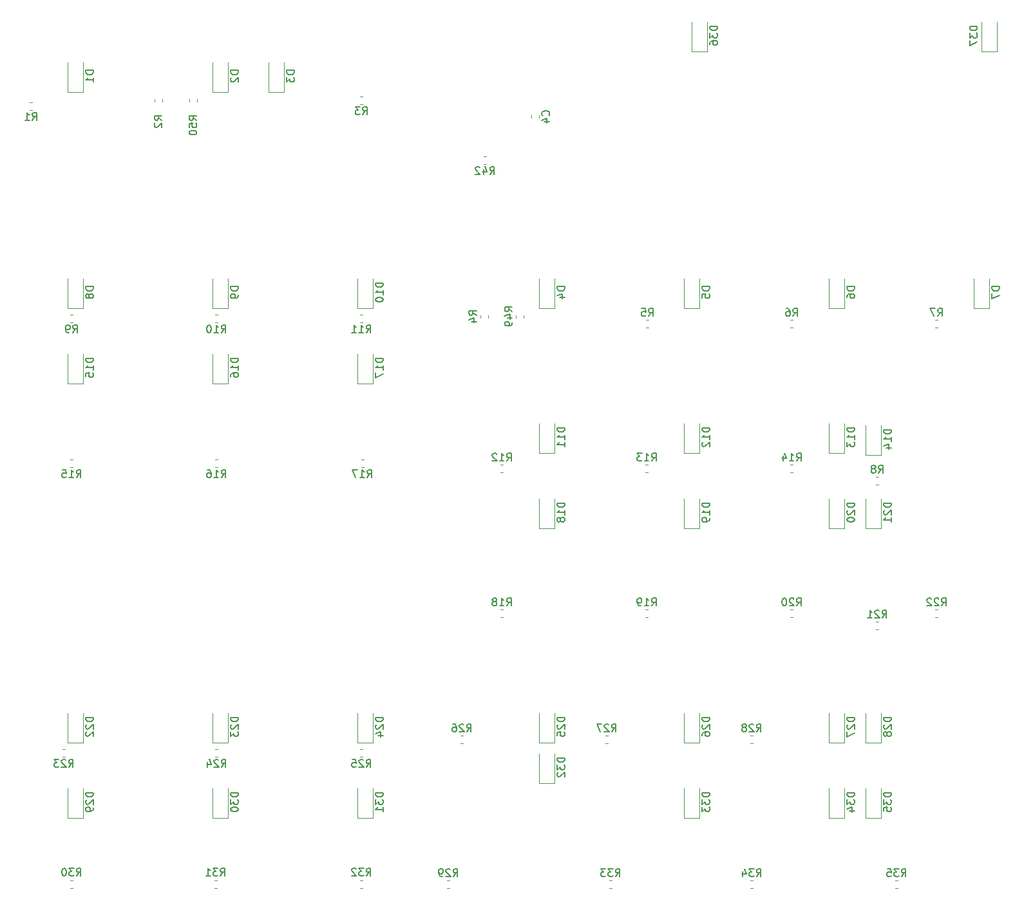
<source format=gbo>
G04 #@! TF.GenerationSoftware,KiCad,Pcbnew,5.1.4*
G04 #@! TF.CreationDate,2019-11-02T22:09:46+09:00*
G04 #@! TF.ProjectId,Navpad,4e617670-6164-42e6-9b69-6361645f7063,rev?*
G04 #@! TF.SameCoordinates,Original*
G04 #@! TF.FileFunction,Legend,Bot*
G04 #@! TF.FilePolarity,Positive*
%FSLAX46Y46*%
G04 Gerber Fmt 4.6, Leading zero omitted, Abs format (unit mm)*
G04 Created by KiCad (PCBNEW 5.1.4) date 2019-11-02 22:09:46*
%MOMM*%
%LPD*%
G04 APERTURE LIST*
%ADD10C,0.120000*%
%ADD11C,0.150000*%
G04 APERTURE END LIST*
D10*
X76409733Y-136142000D02*
X76752267Y-136142000D01*
X76409733Y-137162000D02*
X76752267Y-137162000D01*
X72091733Y-51052000D02*
X72434267Y-51052000D01*
X72091733Y-52072000D02*
X72434267Y-52072000D01*
X115525733Y-50290000D02*
X115868267Y-50290000D01*
X115525733Y-51310000D02*
X115868267Y-51310000D01*
X153460267Y-80710500D02*
X153117733Y-80710500D01*
X153460267Y-79690500D02*
X153117733Y-79690500D01*
X172446767Y-80710500D02*
X172104233Y-80710500D01*
X172446767Y-79690500D02*
X172104233Y-79690500D01*
X191496767Y-80710500D02*
X191154233Y-80710500D01*
X191496767Y-79690500D02*
X191154233Y-79690500D01*
X183686267Y-101348000D02*
X183343733Y-101348000D01*
X183686267Y-100328000D02*
X183343733Y-100328000D01*
X77425733Y-78992000D02*
X77768267Y-78992000D01*
X77425733Y-80012000D02*
X77768267Y-80012000D01*
X96475733Y-78992000D02*
X96818267Y-78992000D01*
X96475733Y-80012000D02*
X96818267Y-80012000D01*
X115525733Y-78992000D02*
X115868267Y-78992000D01*
X115525733Y-80012000D02*
X115868267Y-80012000D01*
X134346767Y-99760500D02*
X134004233Y-99760500D01*
X134346767Y-98740500D02*
X134004233Y-98740500D01*
X153396767Y-99760500D02*
X153054233Y-99760500D01*
X153396767Y-98740500D02*
X153054233Y-98740500D01*
X172446767Y-99760500D02*
X172104233Y-99760500D01*
X172446767Y-98740500D02*
X172104233Y-98740500D01*
X77425733Y-98042000D02*
X77768267Y-98042000D01*
X77425733Y-99062000D02*
X77768267Y-99062000D01*
X96475733Y-98042000D02*
X96818267Y-98042000D01*
X96475733Y-99062000D02*
X96818267Y-99062000D01*
X115666733Y-98042000D02*
X116009267Y-98042000D01*
X115666733Y-99062000D02*
X116009267Y-99062000D01*
X134346767Y-118810500D02*
X134004233Y-118810500D01*
X134346767Y-117790500D02*
X134004233Y-117790500D01*
X153396767Y-118810500D02*
X153054233Y-118810500D01*
X153396767Y-117790500D02*
X153054233Y-117790500D01*
X172446767Y-118810500D02*
X172104233Y-118810500D01*
X172446767Y-117790500D02*
X172104233Y-117790500D01*
X183686267Y-120398000D02*
X183343733Y-120398000D01*
X183686267Y-119378000D02*
X183343733Y-119378000D01*
X191496767Y-118810500D02*
X191154233Y-118810500D01*
X191496767Y-117790500D02*
X191154233Y-117790500D01*
X96475733Y-136142000D02*
X96818267Y-136142000D01*
X96475733Y-137162000D02*
X96818267Y-137162000D01*
X115525733Y-136142000D02*
X115868267Y-136142000D01*
X115525733Y-137162000D02*
X115868267Y-137162000D01*
X129076267Y-135384000D02*
X128733733Y-135384000D01*
X129076267Y-134364000D02*
X128733733Y-134364000D01*
X148126267Y-135384000D02*
X147783733Y-135384000D01*
X148126267Y-134364000D02*
X147783733Y-134364000D01*
X167176267Y-135384000D02*
X166833733Y-135384000D01*
X167176267Y-134364000D02*
X166833733Y-134364000D01*
X127298267Y-154434000D02*
X126955733Y-154434000D01*
X127298267Y-153414000D02*
X126955733Y-153414000D01*
X77425733Y-153414000D02*
X77768267Y-153414000D01*
X77425733Y-154434000D02*
X77768267Y-154434000D01*
X96362733Y-153414000D02*
X96705267Y-153414000D01*
X96362733Y-154434000D02*
X96705267Y-154434000D01*
X115525733Y-153414000D02*
X115868267Y-153414000D01*
X115525733Y-154434000D02*
X115868267Y-154434000D01*
X148634267Y-154434000D02*
X148291733Y-154434000D01*
X148634267Y-153414000D02*
X148291733Y-153414000D01*
X167176267Y-154434000D02*
X166833733Y-154434000D01*
X167176267Y-153414000D02*
X166833733Y-153414000D01*
X186226267Y-154434000D02*
X185883733Y-154434000D01*
X186226267Y-153414000D02*
X185883733Y-153414000D01*
X94109000Y-50628733D02*
X94109000Y-50971267D01*
X93089000Y-50628733D02*
X93089000Y-50971267D01*
X138047000Y-53144267D02*
X138047000Y-52801733D01*
X139067000Y-53144267D02*
X139067000Y-52801733D01*
X79105000Y-49698000D02*
X79105000Y-45848000D01*
X77105000Y-49698000D02*
X77105000Y-45848000D01*
X79105000Y-49698000D02*
X77105000Y-49698000D01*
X98155000Y-49698000D02*
X98155000Y-45848000D01*
X96155000Y-49698000D02*
X96155000Y-45848000D01*
X98155000Y-49698000D02*
X96155000Y-49698000D01*
X105521000Y-49698000D02*
X105521000Y-45848000D01*
X103521000Y-49698000D02*
X103521000Y-45848000D01*
X105521000Y-49698000D02*
X103521000Y-49698000D01*
X141081000Y-78146000D02*
X141081000Y-74296000D01*
X139081000Y-78146000D02*
X139081000Y-74296000D01*
X141081000Y-78146000D02*
X139081000Y-78146000D01*
X160131000Y-78146000D02*
X160131000Y-74296000D01*
X158131000Y-78146000D02*
X158131000Y-74296000D01*
X160131000Y-78146000D02*
X158131000Y-78146000D01*
X179181000Y-78146000D02*
X179181000Y-74296000D01*
X177181000Y-78146000D02*
X177181000Y-74296000D01*
X179181000Y-78146000D02*
X177181000Y-78146000D01*
X198231000Y-78146000D02*
X198231000Y-74296000D01*
X196231000Y-78146000D02*
X196231000Y-74296000D01*
X198231000Y-78146000D02*
X196231000Y-78146000D01*
X79105000Y-78146000D02*
X79105000Y-74296000D01*
X77105000Y-78146000D02*
X77105000Y-74296000D01*
X79105000Y-78146000D02*
X77105000Y-78146000D01*
X98155000Y-78146000D02*
X98155000Y-74296000D01*
X96155000Y-78146000D02*
X96155000Y-74296000D01*
X98155000Y-78146000D02*
X96155000Y-78146000D01*
X117205000Y-78146000D02*
X117205000Y-74296000D01*
X115205000Y-78146000D02*
X115205000Y-74296000D01*
X117205000Y-78146000D02*
X115205000Y-78146000D01*
X141081000Y-97196000D02*
X141081000Y-93346000D01*
X139081000Y-97196000D02*
X139081000Y-93346000D01*
X141081000Y-97196000D02*
X139081000Y-97196000D01*
X160131000Y-97196000D02*
X160131000Y-93346000D01*
X158131000Y-97196000D02*
X158131000Y-93346000D01*
X160131000Y-97196000D02*
X158131000Y-97196000D01*
X179181000Y-97196000D02*
X179181000Y-93346000D01*
X177181000Y-97196000D02*
X177181000Y-93346000D01*
X179181000Y-97196000D02*
X177181000Y-97196000D01*
X184007000Y-97450000D02*
X184007000Y-93600000D01*
X182007000Y-97450000D02*
X182007000Y-93600000D01*
X184007000Y-97450000D02*
X182007000Y-97450000D01*
X79105000Y-88052000D02*
X79105000Y-84202000D01*
X77105000Y-88052000D02*
X77105000Y-84202000D01*
X79105000Y-88052000D02*
X77105000Y-88052000D01*
X98155000Y-88052000D02*
X98155000Y-84202000D01*
X96155000Y-88052000D02*
X96155000Y-84202000D01*
X98155000Y-88052000D02*
X96155000Y-88052000D01*
X117205000Y-88052000D02*
X117205000Y-84202000D01*
X115205000Y-88052000D02*
X115205000Y-84202000D01*
X117205000Y-88052000D02*
X115205000Y-88052000D01*
X141081000Y-107102000D02*
X141081000Y-103252000D01*
X139081000Y-107102000D02*
X139081000Y-103252000D01*
X141081000Y-107102000D02*
X139081000Y-107102000D01*
X160131000Y-107102000D02*
X160131000Y-103252000D01*
X158131000Y-107102000D02*
X158131000Y-103252000D01*
X160131000Y-107102000D02*
X158131000Y-107102000D01*
X179181000Y-107102000D02*
X179181000Y-103252000D01*
X177181000Y-107102000D02*
X177181000Y-103252000D01*
X179181000Y-107102000D02*
X177181000Y-107102000D01*
X184007000Y-107102000D02*
X184007000Y-103252000D01*
X182007000Y-107102000D02*
X182007000Y-103252000D01*
X184007000Y-107102000D02*
X182007000Y-107102000D01*
X79105000Y-135296000D02*
X79105000Y-131446000D01*
X77105000Y-135296000D02*
X77105000Y-131446000D01*
X79105000Y-135296000D02*
X77105000Y-135296000D01*
X98155000Y-135296000D02*
X98155000Y-131446000D01*
X96155000Y-135296000D02*
X96155000Y-131446000D01*
X98155000Y-135296000D02*
X96155000Y-135296000D01*
X117205000Y-135296000D02*
X117205000Y-131446000D01*
X115205000Y-135296000D02*
X115205000Y-131446000D01*
X117205000Y-135296000D02*
X115205000Y-135296000D01*
X141081000Y-135296000D02*
X141081000Y-131446000D01*
X139081000Y-135296000D02*
X139081000Y-131446000D01*
X141081000Y-135296000D02*
X139081000Y-135296000D01*
X160131000Y-135296000D02*
X160131000Y-131446000D01*
X158131000Y-135296000D02*
X158131000Y-131446000D01*
X160131000Y-135296000D02*
X158131000Y-135296000D01*
X179180999Y-135296000D02*
X179180999Y-131446000D01*
X177180999Y-135296000D02*
X177180999Y-131446000D01*
X179180999Y-135296000D02*
X177180999Y-135296000D01*
X184007000Y-135296000D02*
X184007000Y-131446000D01*
X182007000Y-135296000D02*
X182007000Y-131446000D01*
X184007000Y-135296000D02*
X182007000Y-135296000D01*
X79105000Y-145202000D02*
X79105000Y-141352000D01*
X77105000Y-145202000D02*
X77105000Y-141352000D01*
X79105000Y-145202000D02*
X77105000Y-145202000D01*
X98155000Y-145202000D02*
X98155000Y-141352000D01*
X96155000Y-145202000D02*
X96155000Y-141352000D01*
X98155000Y-145202000D02*
X96155000Y-145202000D01*
X117205000Y-145202000D02*
X117205000Y-141352000D01*
X115205000Y-145202000D02*
X115205000Y-141352000D01*
X117205000Y-145202000D02*
X115205000Y-145202000D01*
X141081000Y-140630000D02*
X141081000Y-136780000D01*
X139081000Y-140630000D02*
X139081000Y-136780000D01*
X141081000Y-140630000D02*
X139081000Y-140630000D01*
X160131000Y-145202000D02*
X160131000Y-141352000D01*
X158131000Y-145202000D02*
X158131000Y-141352000D01*
X160131000Y-145202000D02*
X158131000Y-145202000D01*
X179181000Y-145202000D02*
X179181000Y-141352000D01*
X177181000Y-145202000D02*
X177181000Y-141352000D01*
X179181000Y-145202000D02*
X177181000Y-145202000D01*
X184007000Y-145202000D02*
X184007000Y-141352000D01*
X182007000Y-145202000D02*
X182007000Y-141352000D01*
X184007000Y-145202000D02*
X182007000Y-145202000D01*
X161147000Y-44364000D02*
X161147000Y-40514000D01*
X159147000Y-44364000D02*
X159147000Y-40514000D01*
X161147000Y-44364000D02*
X159147000Y-44364000D01*
X199247000Y-44364000D02*
X199247000Y-40514000D01*
X197247000Y-44364000D02*
X197247000Y-40514000D01*
X199247000Y-44364000D02*
X197247000Y-44364000D01*
X131781733Y-58164000D02*
X132124267Y-58164000D01*
X131781733Y-59184000D02*
X132124267Y-59184000D01*
X89537000Y-50628733D02*
X89537000Y-50971267D01*
X88517000Y-50628733D02*
X88517000Y-50971267D01*
X132336000Y-79076733D02*
X132336000Y-79419267D01*
X131316000Y-79076733D02*
X131316000Y-79419267D01*
X137035000Y-79076733D02*
X137035000Y-79419267D01*
X136015000Y-79076733D02*
X136015000Y-79419267D01*
D11*
X77223857Y-138534380D02*
X77557190Y-138058190D01*
X77795285Y-138534380D02*
X77795285Y-137534380D01*
X77414333Y-137534380D01*
X77319095Y-137582000D01*
X77271476Y-137629619D01*
X77223857Y-137724857D01*
X77223857Y-137867714D01*
X77271476Y-137962952D01*
X77319095Y-138010571D01*
X77414333Y-138058190D01*
X77795285Y-138058190D01*
X76842904Y-137629619D02*
X76795285Y-137582000D01*
X76700047Y-137534380D01*
X76461952Y-137534380D01*
X76366714Y-137582000D01*
X76319095Y-137629619D01*
X76271476Y-137724857D01*
X76271476Y-137820095D01*
X76319095Y-137962952D01*
X76890523Y-138534380D01*
X76271476Y-138534380D01*
X75938142Y-137534380D02*
X75319095Y-137534380D01*
X75652428Y-137915333D01*
X75509571Y-137915333D01*
X75414333Y-137962952D01*
X75366714Y-138010571D01*
X75319095Y-138105809D01*
X75319095Y-138343904D01*
X75366714Y-138439142D01*
X75414333Y-138486761D01*
X75509571Y-138534380D01*
X75795285Y-138534380D01*
X75890523Y-138486761D01*
X75938142Y-138439142D01*
X72429666Y-53444380D02*
X72763000Y-52968190D01*
X73001095Y-53444380D02*
X73001095Y-52444380D01*
X72620142Y-52444380D01*
X72524904Y-52492000D01*
X72477285Y-52539619D01*
X72429666Y-52634857D01*
X72429666Y-52777714D01*
X72477285Y-52872952D01*
X72524904Y-52920571D01*
X72620142Y-52968190D01*
X73001095Y-52968190D01*
X71477285Y-53444380D02*
X72048714Y-53444380D01*
X71763000Y-53444380D02*
X71763000Y-52444380D01*
X71858238Y-52587238D01*
X71953476Y-52682476D01*
X72048714Y-52730095D01*
X115863666Y-52682380D02*
X116197000Y-52206190D01*
X116435095Y-52682380D02*
X116435095Y-51682380D01*
X116054142Y-51682380D01*
X115958904Y-51730000D01*
X115911285Y-51777619D01*
X115863666Y-51872857D01*
X115863666Y-52015714D01*
X115911285Y-52110952D01*
X115958904Y-52158571D01*
X116054142Y-52206190D01*
X116435095Y-52206190D01*
X115530333Y-51682380D02*
X114911285Y-51682380D01*
X115244619Y-52063333D01*
X115101761Y-52063333D01*
X115006523Y-52110952D01*
X114958904Y-52158571D01*
X114911285Y-52253809D01*
X114911285Y-52491904D01*
X114958904Y-52587142D01*
X115006523Y-52634761D01*
X115101761Y-52682380D01*
X115387476Y-52682380D01*
X115482714Y-52634761D01*
X115530333Y-52587142D01*
X153455666Y-79222880D02*
X153789000Y-78746690D01*
X154027095Y-79222880D02*
X154027095Y-78222880D01*
X153646142Y-78222880D01*
X153550904Y-78270500D01*
X153503285Y-78318119D01*
X153455666Y-78413357D01*
X153455666Y-78556214D01*
X153503285Y-78651452D01*
X153550904Y-78699071D01*
X153646142Y-78746690D01*
X154027095Y-78746690D01*
X152550904Y-78222880D02*
X153027095Y-78222880D01*
X153074714Y-78699071D01*
X153027095Y-78651452D01*
X152931857Y-78603833D01*
X152693761Y-78603833D01*
X152598523Y-78651452D01*
X152550904Y-78699071D01*
X152503285Y-78794309D01*
X152503285Y-79032404D01*
X152550904Y-79127642D01*
X152598523Y-79175261D01*
X152693761Y-79222880D01*
X152931857Y-79222880D01*
X153027095Y-79175261D01*
X153074714Y-79127642D01*
X172442166Y-79222880D02*
X172775500Y-78746690D01*
X173013595Y-79222880D02*
X173013595Y-78222880D01*
X172632642Y-78222880D01*
X172537404Y-78270500D01*
X172489785Y-78318119D01*
X172442166Y-78413357D01*
X172442166Y-78556214D01*
X172489785Y-78651452D01*
X172537404Y-78699071D01*
X172632642Y-78746690D01*
X173013595Y-78746690D01*
X171585023Y-78222880D02*
X171775500Y-78222880D01*
X171870738Y-78270500D01*
X171918357Y-78318119D01*
X172013595Y-78460976D01*
X172061214Y-78651452D01*
X172061214Y-79032404D01*
X172013595Y-79127642D01*
X171965976Y-79175261D01*
X171870738Y-79222880D01*
X171680261Y-79222880D01*
X171585023Y-79175261D01*
X171537404Y-79127642D01*
X171489785Y-79032404D01*
X171489785Y-78794309D01*
X171537404Y-78699071D01*
X171585023Y-78651452D01*
X171680261Y-78603833D01*
X171870738Y-78603833D01*
X171965976Y-78651452D01*
X172013595Y-78699071D01*
X172061214Y-78794309D01*
X191492166Y-79222880D02*
X191825500Y-78746690D01*
X192063595Y-79222880D02*
X192063595Y-78222880D01*
X191682642Y-78222880D01*
X191587404Y-78270500D01*
X191539785Y-78318119D01*
X191492166Y-78413357D01*
X191492166Y-78556214D01*
X191539785Y-78651452D01*
X191587404Y-78699071D01*
X191682642Y-78746690D01*
X192063595Y-78746690D01*
X191158833Y-78222880D02*
X190492166Y-78222880D01*
X190920738Y-79222880D01*
X183681666Y-99860380D02*
X184015000Y-99384190D01*
X184253095Y-99860380D02*
X184253095Y-98860380D01*
X183872142Y-98860380D01*
X183776904Y-98908000D01*
X183729285Y-98955619D01*
X183681666Y-99050857D01*
X183681666Y-99193714D01*
X183729285Y-99288952D01*
X183776904Y-99336571D01*
X183872142Y-99384190D01*
X184253095Y-99384190D01*
X183110238Y-99288952D02*
X183205476Y-99241333D01*
X183253095Y-99193714D01*
X183300714Y-99098476D01*
X183300714Y-99050857D01*
X183253095Y-98955619D01*
X183205476Y-98908000D01*
X183110238Y-98860380D01*
X182919761Y-98860380D01*
X182824523Y-98908000D01*
X182776904Y-98955619D01*
X182729285Y-99050857D01*
X182729285Y-99098476D01*
X182776904Y-99193714D01*
X182824523Y-99241333D01*
X182919761Y-99288952D01*
X183110238Y-99288952D01*
X183205476Y-99336571D01*
X183253095Y-99384190D01*
X183300714Y-99479428D01*
X183300714Y-99669904D01*
X183253095Y-99765142D01*
X183205476Y-99812761D01*
X183110238Y-99860380D01*
X182919761Y-99860380D01*
X182824523Y-99812761D01*
X182776904Y-99765142D01*
X182729285Y-99669904D01*
X182729285Y-99479428D01*
X182776904Y-99384190D01*
X182824523Y-99336571D01*
X182919761Y-99288952D01*
X77763666Y-81384380D02*
X78097000Y-80908190D01*
X78335095Y-81384380D02*
X78335095Y-80384380D01*
X77954142Y-80384380D01*
X77858904Y-80432000D01*
X77811285Y-80479619D01*
X77763666Y-80574857D01*
X77763666Y-80717714D01*
X77811285Y-80812952D01*
X77858904Y-80860571D01*
X77954142Y-80908190D01*
X78335095Y-80908190D01*
X77287476Y-81384380D02*
X77097000Y-81384380D01*
X77001761Y-81336761D01*
X76954142Y-81289142D01*
X76858904Y-81146285D01*
X76811285Y-80955809D01*
X76811285Y-80574857D01*
X76858904Y-80479619D01*
X76906523Y-80432000D01*
X77001761Y-80384380D01*
X77192238Y-80384380D01*
X77287476Y-80432000D01*
X77335095Y-80479619D01*
X77382714Y-80574857D01*
X77382714Y-80812952D01*
X77335095Y-80908190D01*
X77287476Y-80955809D01*
X77192238Y-81003428D01*
X77001761Y-81003428D01*
X76906523Y-80955809D01*
X76858904Y-80908190D01*
X76811285Y-80812952D01*
X97289857Y-81384380D02*
X97623190Y-80908190D01*
X97861285Y-81384380D02*
X97861285Y-80384380D01*
X97480333Y-80384380D01*
X97385095Y-80432000D01*
X97337476Y-80479619D01*
X97289857Y-80574857D01*
X97289857Y-80717714D01*
X97337476Y-80812952D01*
X97385095Y-80860571D01*
X97480333Y-80908190D01*
X97861285Y-80908190D01*
X96337476Y-81384380D02*
X96908904Y-81384380D01*
X96623190Y-81384380D02*
X96623190Y-80384380D01*
X96718428Y-80527238D01*
X96813666Y-80622476D01*
X96908904Y-80670095D01*
X95718428Y-80384380D02*
X95623190Y-80384380D01*
X95527952Y-80432000D01*
X95480333Y-80479619D01*
X95432714Y-80574857D01*
X95385095Y-80765333D01*
X95385095Y-81003428D01*
X95432714Y-81193904D01*
X95480333Y-81289142D01*
X95527952Y-81336761D01*
X95623190Y-81384380D01*
X95718428Y-81384380D01*
X95813666Y-81336761D01*
X95861285Y-81289142D01*
X95908904Y-81193904D01*
X95956523Y-81003428D01*
X95956523Y-80765333D01*
X95908904Y-80574857D01*
X95861285Y-80479619D01*
X95813666Y-80432000D01*
X95718428Y-80384380D01*
X116339857Y-81384380D02*
X116673190Y-80908190D01*
X116911285Y-81384380D02*
X116911285Y-80384380D01*
X116530333Y-80384380D01*
X116435095Y-80432000D01*
X116387476Y-80479619D01*
X116339857Y-80574857D01*
X116339857Y-80717714D01*
X116387476Y-80812952D01*
X116435095Y-80860571D01*
X116530333Y-80908190D01*
X116911285Y-80908190D01*
X115387476Y-81384380D02*
X115958904Y-81384380D01*
X115673190Y-81384380D02*
X115673190Y-80384380D01*
X115768428Y-80527238D01*
X115863666Y-80622476D01*
X115958904Y-80670095D01*
X114435095Y-81384380D02*
X115006523Y-81384380D01*
X114720809Y-81384380D02*
X114720809Y-80384380D01*
X114816047Y-80527238D01*
X114911285Y-80622476D01*
X115006523Y-80670095D01*
X134818357Y-98272880D02*
X135151690Y-97796690D01*
X135389785Y-98272880D02*
X135389785Y-97272880D01*
X135008833Y-97272880D01*
X134913595Y-97320500D01*
X134865976Y-97368119D01*
X134818357Y-97463357D01*
X134818357Y-97606214D01*
X134865976Y-97701452D01*
X134913595Y-97749071D01*
X135008833Y-97796690D01*
X135389785Y-97796690D01*
X133865976Y-98272880D02*
X134437404Y-98272880D01*
X134151690Y-98272880D02*
X134151690Y-97272880D01*
X134246928Y-97415738D01*
X134342166Y-97510976D01*
X134437404Y-97558595D01*
X133485023Y-97368119D02*
X133437404Y-97320500D01*
X133342166Y-97272880D01*
X133104071Y-97272880D01*
X133008833Y-97320500D01*
X132961214Y-97368119D01*
X132913595Y-97463357D01*
X132913595Y-97558595D01*
X132961214Y-97701452D01*
X133532642Y-98272880D01*
X132913595Y-98272880D01*
X153868357Y-98272880D02*
X154201690Y-97796690D01*
X154439785Y-98272880D02*
X154439785Y-97272880D01*
X154058833Y-97272880D01*
X153963595Y-97320500D01*
X153915976Y-97368119D01*
X153868357Y-97463357D01*
X153868357Y-97606214D01*
X153915976Y-97701452D01*
X153963595Y-97749071D01*
X154058833Y-97796690D01*
X154439785Y-97796690D01*
X152915976Y-98272880D02*
X153487404Y-98272880D01*
X153201690Y-98272880D02*
X153201690Y-97272880D01*
X153296928Y-97415738D01*
X153392166Y-97510976D01*
X153487404Y-97558595D01*
X152582642Y-97272880D02*
X151963595Y-97272880D01*
X152296928Y-97653833D01*
X152154071Y-97653833D01*
X152058833Y-97701452D01*
X152011214Y-97749071D01*
X151963595Y-97844309D01*
X151963595Y-98082404D01*
X152011214Y-98177642D01*
X152058833Y-98225261D01*
X152154071Y-98272880D01*
X152439785Y-98272880D01*
X152535023Y-98225261D01*
X152582642Y-98177642D01*
X172918357Y-98272880D02*
X173251690Y-97796690D01*
X173489785Y-98272880D02*
X173489785Y-97272880D01*
X173108833Y-97272880D01*
X173013595Y-97320500D01*
X172965976Y-97368119D01*
X172918357Y-97463357D01*
X172918357Y-97606214D01*
X172965976Y-97701452D01*
X173013595Y-97749071D01*
X173108833Y-97796690D01*
X173489785Y-97796690D01*
X171965976Y-98272880D02*
X172537404Y-98272880D01*
X172251690Y-98272880D02*
X172251690Y-97272880D01*
X172346928Y-97415738D01*
X172442166Y-97510976D01*
X172537404Y-97558595D01*
X171108833Y-97606214D02*
X171108833Y-98272880D01*
X171346928Y-97225261D02*
X171585023Y-97939547D01*
X170965976Y-97939547D01*
X78239857Y-100434380D02*
X78573190Y-99958190D01*
X78811285Y-100434380D02*
X78811285Y-99434380D01*
X78430333Y-99434380D01*
X78335095Y-99482000D01*
X78287476Y-99529619D01*
X78239857Y-99624857D01*
X78239857Y-99767714D01*
X78287476Y-99862952D01*
X78335095Y-99910571D01*
X78430333Y-99958190D01*
X78811285Y-99958190D01*
X77287476Y-100434380D02*
X77858904Y-100434380D01*
X77573190Y-100434380D02*
X77573190Y-99434380D01*
X77668428Y-99577238D01*
X77763666Y-99672476D01*
X77858904Y-99720095D01*
X76382714Y-99434380D02*
X76858904Y-99434380D01*
X76906523Y-99910571D01*
X76858904Y-99862952D01*
X76763666Y-99815333D01*
X76525571Y-99815333D01*
X76430333Y-99862952D01*
X76382714Y-99910571D01*
X76335095Y-100005809D01*
X76335095Y-100243904D01*
X76382714Y-100339142D01*
X76430333Y-100386761D01*
X76525571Y-100434380D01*
X76763666Y-100434380D01*
X76858904Y-100386761D01*
X76906523Y-100339142D01*
X97289857Y-100434380D02*
X97623190Y-99958190D01*
X97861285Y-100434380D02*
X97861285Y-99434380D01*
X97480333Y-99434380D01*
X97385095Y-99482000D01*
X97337476Y-99529619D01*
X97289857Y-99624857D01*
X97289857Y-99767714D01*
X97337476Y-99862952D01*
X97385095Y-99910571D01*
X97480333Y-99958190D01*
X97861285Y-99958190D01*
X96337476Y-100434380D02*
X96908904Y-100434380D01*
X96623190Y-100434380D02*
X96623190Y-99434380D01*
X96718428Y-99577238D01*
X96813666Y-99672476D01*
X96908904Y-99720095D01*
X95480333Y-99434380D02*
X95670809Y-99434380D01*
X95766047Y-99482000D01*
X95813666Y-99529619D01*
X95908904Y-99672476D01*
X95956523Y-99862952D01*
X95956523Y-100243904D01*
X95908904Y-100339142D01*
X95861285Y-100386761D01*
X95766047Y-100434380D01*
X95575571Y-100434380D01*
X95480333Y-100386761D01*
X95432714Y-100339142D01*
X95385095Y-100243904D01*
X95385095Y-100005809D01*
X95432714Y-99910571D01*
X95480333Y-99862952D01*
X95575571Y-99815333D01*
X95766047Y-99815333D01*
X95861285Y-99862952D01*
X95908904Y-99910571D01*
X95956523Y-100005809D01*
X116480857Y-100434380D02*
X116814190Y-99958190D01*
X117052285Y-100434380D02*
X117052285Y-99434380D01*
X116671333Y-99434380D01*
X116576095Y-99482000D01*
X116528476Y-99529619D01*
X116480857Y-99624857D01*
X116480857Y-99767714D01*
X116528476Y-99862952D01*
X116576095Y-99910571D01*
X116671333Y-99958190D01*
X117052285Y-99958190D01*
X115528476Y-100434380D02*
X116099904Y-100434380D01*
X115814190Y-100434380D02*
X115814190Y-99434380D01*
X115909428Y-99577238D01*
X116004666Y-99672476D01*
X116099904Y-99720095D01*
X115195142Y-99434380D02*
X114528476Y-99434380D01*
X114957047Y-100434380D01*
X134818357Y-117322880D02*
X135151690Y-116846690D01*
X135389785Y-117322880D02*
X135389785Y-116322880D01*
X135008833Y-116322880D01*
X134913595Y-116370500D01*
X134865976Y-116418119D01*
X134818357Y-116513357D01*
X134818357Y-116656214D01*
X134865976Y-116751452D01*
X134913595Y-116799071D01*
X135008833Y-116846690D01*
X135389785Y-116846690D01*
X133865976Y-117322880D02*
X134437404Y-117322880D01*
X134151690Y-117322880D02*
X134151690Y-116322880D01*
X134246928Y-116465738D01*
X134342166Y-116560976D01*
X134437404Y-116608595D01*
X133294547Y-116751452D02*
X133389785Y-116703833D01*
X133437404Y-116656214D01*
X133485023Y-116560976D01*
X133485023Y-116513357D01*
X133437404Y-116418119D01*
X133389785Y-116370500D01*
X133294547Y-116322880D01*
X133104071Y-116322880D01*
X133008833Y-116370500D01*
X132961214Y-116418119D01*
X132913595Y-116513357D01*
X132913595Y-116560976D01*
X132961214Y-116656214D01*
X133008833Y-116703833D01*
X133104071Y-116751452D01*
X133294547Y-116751452D01*
X133389785Y-116799071D01*
X133437404Y-116846690D01*
X133485023Y-116941928D01*
X133485023Y-117132404D01*
X133437404Y-117227642D01*
X133389785Y-117275261D01*
X133294547Y-117322880D01*
X133104071Y-117322880D01*
X133008833Y-117275261D01*
X132961214Y-117227642D01*
X132913595Y-117132404D01*
X132913595Y-116941928D01*
X132961214Y-116846690D01*
X133008833Y-116799071D01*
X133104071Y-116751452D01*
X153868357Y-117322880D02*
X154201690Y-116846690D01*
X154439785Y-117322880D02*
X154439785Y-116322880D01*
X154058833Y-116322880D01*
X153963595Y-116370500D01*
X153915976Y-116418119D01*
X153868357Y-116513357D01*
X153868357Y-116656214D01*
X153915976Y-116751452D01*
X153963595Y-116799071D01*
X154058833Y-116846690D01*
X154439785Y-116846690D01*
X152915976Y-117322880D02*
X153487404Y-117322880D01*
X153201690Y-117322880D02*
X153201690Y-116322880D01*
X153296928Y-116465738D01*
X153392166Y-116560976D01*
X153487404Y-116608595D01*
X152439785Y-117322880D02*
X152249309Y-117322880D01*
X152154071Y-117275261D01*
X152106452Y-117227642D01*
X152011214Y-117084785D01*
X151963595Y-116894309D01*
X151963595Y-116513357D01*
X152011214Y-116418119D01*
X152058833Y-116370500D01*
X152154071Y-116322880D01*
X152344547Y-116322880D01*
X152439785Y-116370500D01*
X152487404Y-116418119D01*
X152535023Y-116513357D01*
X152535023Y-116751452D01*
X152487404Y-116846690D01*
X152439785Y-116894309D01*
X152344547Y-116941928D01*
X152154071Y-116941928D01*
X152058833Y-116894309D01*
X152011214Y-116846690D01*
X151963595Y-116751452D01*
X172918357Y-117322880D02*
X173251690Y-116846690D01*
X173489785Y-117322880D02*
X173489785Y-116322880D01*
X173108833Y-116322880D01*
X173013595Y-116370500D01*
X172965976Y-116418119D01*
X172918357Y-116513357D01*
X172918357Y-116656214D01*
X172965976Y-116751452D01*
X173013595Y-116799071D01*
X173108833Y-116846690D01*
X173489785Y-116846690D01*
X172537404Y-116418119D02*
X172489785Y-116370500D01*
X172394547Y-116322880D01*
X172156452Y-116322880D01*
X172061214Y-116370500D01*
X172013595Y-116418119D01*
X171965976Y-116513357D01*
X171965976Y-116608595D01*
X172013595Y-116751452D01*
X172585023Y-117322880D01*
X171965976Y-117322880D01*
X171346928Y-116322880D02*
X171251690Y-116322880D01*
X171156452Y-116370500D01*
X171108833Y-116418119D01*
X171061214Y-116513357D01*
X171013595Y-116703833D01*
X171013595Y-116941928D01*
X171061214Y-117132404D01*
X171108833Y-117227642D01*
X171156452Y-117275261D01*
X171251690Y-117322880D01*
X171346928Y-117322880D01*
X171442166Y-117275261D01*
X171489785Y-117227642D01*
X171537404Y-117132404D01*
X171585023Y-116941928D01*
X171585023Y-116703833D01*
X171537404Y-116513357D01*
X171489785Y-116418119D01*
X171442166Y-116370500D01*
X171346928Y-116322880D01*
X184157857Y-118910380D02*
X184491190Y-118434190D01*
X184729285Y-118910380D02*
X184729285Y-117910380D01*
X184348333Y-117910380D01*
X184253095Y-117958000D01*
X184205476Y-118005619D01*
X184157857Y-118100857D01*
X184157857Y-118243714D01*
X184205476Y-118338952D01*
X184253095Y-118386571D01*
X184348333Y-118434190D01*
X184729285Y-118434190D01*
X183776904Y-118005619D02*
X183729285Y-117958000D01*
X183634047Y-117910380D01*
X183395952Y-117910380D01*
X183300714Y-117958000D01*
X183253095Y-118005619D01*
X183205476Y-118100857D01*
X183205476Y-118196095D01*
X183253095Y-118338952D01*
X183824523Y-118910380D01*
X183205476Y-118910380D01*
X182253095Y-118910380D02*
X182824523Y-118910380D01*
X182538809Y-118910380D02*
X182538809Y-117910380D01*
X182634047Y-118053238D01*
X182729285Y-118148476D01*
X182824523Y-118196095D01*
X191968357Y-117322880D02*
X192301690Y-116846690D01*
X192539785Y-117322880D02*
X192539785Y-116322880D01*
X192158833Y-116322880D01*
X192063595Y-116370500D01*
X192015976Y-116418119D01*
X191968357Y-116513357D01*
X191968357Y-116656214D01*
X192015976Y-116751452D01*
X192063595Y-116799071D01*
X192158833Y-116846690D01*
X192539785Y-116846690D01*
X191587404Y-116418119D02*
X191539785Y-116370500D01*
X191444547Y-116322880D01*
X191206452Y-116322880D01*
X191111214Y-116370500D01*
X191063595Y-116418119D01*
X191015976Y-116513357D01*
X191015976Y-116608595D01*
X191063595Y-116751452D01*
X191635023Y-117322880D01*
X191015976Y-117322880D01*
X190635023Y-116418119D02*
X190587404Y-116370500D01*
X190492166Y-116322880D01*
X190254071Y-116322880D01*
X190158833Y-116370500D01*
X190111214Y-116418119D01*
X190063595Y-116513357D01*
X190063595Y-116608595D01*
X190111214Y-116751452D01*
X190682642Y-117322880D01*
X190063595Y-117322880D01*
X97289857Y-138534380D02*
X97623190Y-138058190D01*
X97861285Y-138534380D02*
X97861285Y-137534380D01*
X97480333Y-137534380D01*
X97385095Y-137582000D01*
X97337476Y-137629619D01*
X97289857Y-137724857D01*
X97289857Y-137867714D01*
X97337476Y-137962952D01*
X97385095Y-138010571D01*
X97480333Y-138058190D01*
X97861285Y-138058190D01*
X96908904Y-137629619D02*
X96861285Y-137582000D01*
X96766047Y-137534380D01*
X96527952Y-137534380D01*
X96432714Y-137582000D01*
X96385095Y-137629619D01*
X96337476Y-137724857D01*
X96337476Y-137820095D01*
X96385095Y-137962952D01*
X96956523Y-138534380D01*
X96337476Y-138534380D01*
X95480333Y-137867714D02*
X95480333Y-138534380D01*
X95718428Y-137486761D02*
X95956523Y-138201047D01*
X95337476Y-138201047D01*
X116339857Y-138534380D02*
X116673190Y-138058190D01*
X116911285Y-138534380D02*
X116911285Y-137534380D01*
X116530333Y-137534380D01*
X116435095Y-137582000D01*
X116387476Y-137629619D01*
X116339857Y-137724857D01*
X116339857Y-137867714D01*
X116387476Y-137962952D01*
X116435095Y-138010571D01*
X116530333Y-138058190D01*
X116911285Y-138058190D01*
X115958904Y-137629619D02*
X115911285Y-137582000D01*
X115816047Y-137534380D01*
X115577952Y-137534380D01*
X115482714Y-137582000D01*
X115435095Y-137629619D01*
X115387476Y-137724857D01*
X115387476Y-137820095D01*
X115435095Y-137962952D01*
X116006523Y-138534380D01*
X115387476Y-138534380D01*
X114482714Y-137534380D02*
X114958904Y-137534380D01*
X115006523Y-138010571D01*
X114958904Y-137962952D01*
X114863666Y-137915333D01*
X114625571Y-137915333D01*
X114530333Y-137962952D01*
X114482714Y-138010571D01*
X114435095Y-138105809D01*
X114435095Y-138343904D01*
X114482714Y-138439142D01*
X114530333Y-138486761D01*
X114625571Y-138534380D01*
X114863666Y-138534380D01*
X114958904Y-138486761D01*
X115006523Y-138439142D01*
X129547857Y-133896380D02*
X129881190Y-133420190D01*
X130119285Y-133896380D02*
X130119285Y-132896380D01*
X129738333Y-132896380D01*
X129643095Y-132944000D01*
X129595476Y-132991619D01*
X129547857Y-133086857D01*
X129547857Y-133229714D01*
X129595476Y-133324952D01*
X129643095Y-133372571D01*
X129738333Y-133420190D01*
X130119285Y-133420190D01*
X129166904Y-132991619D02*
X129119285Y-132944000D01*
X129024047Y-132896380D01*
X128785952Y-132896380D01*
X128690714Y-132944000D01*
X128643095Y-132991619D01*
X128595476Y-133086857D01*
X128595476Y-133182095D01*
X128643095Y-133324952D01*
X129214523Y-133896380D01*
X128595476Y-133896380D01*
X127738333Y-132896380D02*
X127928809Y-132896380D01*
X128024047Y-132944000D01*
X128071666Y-132991619D01*
X128166904Y-133134476D01*
X128214523Y-133324952D01*
X128214523Y-133705904D01*
X128166904Y-133801142D01*
X128119285Y-133848761D01*
X128024047Y-133896380D01*
X127833571Y-133896380D01*
X127738333Y-133848761D01*
X127690714Y-133801142D01*
X127643095Y-133705904D01*
X127643095Y-133467809D01*
X127690714Y-133372571D01*
X127738333Y-133324952D01*
X127833571Y-133277333D01*
X128024047Y-133277333D01*
X128119285Y-133324952D01*
X128166904Y-133372571D01*
X128214523Y-133467809D01*
X148597857Y-133896380D02*
X148931190Y-133420190D01*
X149169285Y-133896380D02*
X149169285Y-132896380D01*
X148788333Y-132896380D01*
X148693095Y-132944000D01*
X148645476Y-132991619D01*
X148597857Y-133086857D01*
X148597857Y-133229714D01*
X148645476Y-133324952D01*
X148693095Y-133372571D01*
X148788333Y-133420190D01*
X149169285Y-133420190D01*
X148216904Y-132991619D02*
X148169285Y-132944000D01*
X148074047Y-132896380D01*
X147835952Y-132896380D01*
X147740714Y-132944000D01*
X147693095Y-132991619D01*
X147645476Y-133086857D01*
X147645476Y-133182095D01*
X147693095Y-133324952D01*
X148264523Y-133896380D01*
X147645476Y-133896380D01*
X147312142Y-132896380D02*
X146645476Y-132896380D01*
X147074047Y-133896380D01*
X167647857Y-133896380D02*
X167981190Y-133420190D01*
X168219285Y-133896380D02*
X168219285Y-132896380D01*
X167838333Y-132896380D01*
X167743095Y-132944000D01*
X167695476Y-132991619D01*
X167647857Y-133086857D01*
X167647857Y-133229714D01*
X167695476Y-133324952D01*
X167743095Y-133372571D01*
X167838333Y-133420190D01*
X168219285Y-133420190D01*
X167266904Y-132991619D02*
X167219285Y-132944000D01*
X167124047Y-132896380D01*
X166885952Y-132896380D01*
X166790714Y-132944000D01*
X166743095Y-132991619D01*
X166695476Y-133086857D01*
X166695476Y-133182095D01*
X166743095Y-133324952D01*
X167314523Y-133896380D01*
X166695476Y-133896380D01*
X166124047Y-133324952D02*
X166219285Y-133277333D01*
X166266904Y-133229714D01*
X166314523Y-133134476D01*
X166314523Y-133086857D01*
X166266904Y-132991619D01*
X166219285Y-132944000D01*
X166124047Y-132896380D01*
X165933571Y-132896380D01*
X165838333Y-132944000D01*
X165790714Y-132991619D01*
X165743095Y-133086857D01*
X165743095Y-133134476D01*
X165790714Y-133229714D01*
X165838333Y-133277333D01*
X165933571Y-133324952D01*
X166124047Y-133324952D01*
X166219285Y-133372571D01*
X166266904Y-133420190D01*
X166314523Y-133515428D01*
X166314523Y-133705904D01*
X166266904Y-133801142D01*
X166219285Y-133848761D01*
X166124047Y-133896380D01*
X165933571Y-133896380D01*
X165838333Y-133848761D01*
X165790714Y-133801142D01*
X165743095Y-133705904D01*
X165743095Y-133515428D01*
X165790714Y-133420190D01*
X165838333Y-133372571D01*
X165933571Y-133324952D01*
X127769857Y-152946380D02*
X128103190Y-152470190D01*
X128341285Y-152946380D02*
X128341285Y-151946380D01*
X127960333Y-151946380D01*
X127865095Y-151994000D01*
X127817476Y-152041619D01*
X127769857Y-152136857D01*
X127769857Y-152279714D01*
X127817476Y-152374952D01*
X127865095Y-152422571D01*
X127960333Y-152470190D01*
X128341285Y-152470190D01*
X127388904Y-152041619D02*
X127341285Y-151994000D01*
X127246047Y-151946380D01*
X127007952Y-151946380D01*
X126912714Y-151994000D01*
X126865095Y-152041619D01*
X126817476Y-152136857D01*
X126817476Y-152232095D01*
X126865095Y-152374952D01*
X127436523Y-152946380D01*
X126817476Y-152946380D01*
X126341285Y-152946380D02*
X126150809Y-152946380D01*
X126055571Y-152898761D01*
X126007952Y-152851142D01*
X125912714Y-152708285D01*
X125865095Y-152517809D01*
X125865095Y-152136857D01*
X125912714Y-152041619D01*
X125960333Y-151994000D01*
X126055571Y-151946380D01*
X126246047Y-151946380D01*
X126341285Y-151994000D01*
X126388904Y-152041619D01*
X126436523Y-152136857D01*
X126436523Y-152374952D01*
X126388904Y-152470190D01*
X126341285Y-152517809D01*
X126246047Y-152565428D01*
X126055571Y-152565428D01*
X125960333Y-152517809D01*
X125912714Y-152470190D01*
X125865095Y-152374952D01*
X78239857Y-152852380D02*
X78573190Y-152376190D01*
X78811285Y-152852380D02*
X78811285Y-151852380D01*
X78430333Y-151852380D01*
X78335095Y-151900000D01*
X78287476Y-151947619D01*
X78239857Y-152042857D01*
X78239857Y-152185714D01*
X78287476Y-152280952D01*
X78335095Y-152328571D01*
X78430333Y-152376190D01*
X78811285Y-152376190D01*
X77906523Y-151852380D02*
X77287476Y-151852380D01*
X77620809Y-152233333D01*
X77477952Y-152233333D01*
X77382714Y-152280952D01*
X77335095Y-152328571D01*
X77287476Y-152423809D01*
X77287476Y-152661904D01*
X77335095Y-152757142D01*
X77382714Y-152804761D01*
X77477952Y-152852380D01*
X77763666Y-152852380D01*
X77858904Y-152804761D01*
X77906523Y-152757142D01*
X76668428Y-151852380D02*
X76573190Y-151852380D01*
X76477952Y-151900000D01*
X76430333Y-151947619D01*
X76382714Y-152042857D01*
X76335095Y-152233333D01*
X76335095Y-152471428D01*
X76382714Y-152661904D01*
X76430333Y-152757142D01*
X76477952Y-152804761D01*
X76573190Y-152852380D01*
X76668428Y-152852380D01*
X76763666Y-152804761D01*
X76811285Y-152757142D01*
X76858904Y-152661904D01*
X76906523Y-152471428D01*
X76906523Y-152233333D01*
X76858904Y-152042857D01*
X76811285Y-151947619D01*
X76763666Y-151900000D01*
X76668428Y-151852380D01*
X97176857Y-152852380D02*
X97510190Y-152376190D01*
X97748285Y-152852380D02*
X97748285Y-151852380D01*
X97367333Y-151852380D01*
X97272095Y-151900000D01*
X97224476Y-151947619D01*
X97176857Y-152042857D01*
X97176857Y-152185714D01*
X97224476Y-152280952D01*
X97272095Y-152328571D01*
X97367333Y-152376190D01*
X97748285Y-152376190D01*
X96843523Y-151852380D02*
X96224476Y-151852380D01*
X96557809Y-152233333D01*
X96414952Y-152233333D01*
X96319714Y-152280952D01*
X96272095Y-152328571D01*
X96224476Y-152423809D01*
X96224476Y-152661904D01*
X96272095Y-152757142D01*
X96319714Y-152804761D01*
X96414952Y-152852380D01*
X96700666Y-152852380D01*
X96795904Y-152804761D01*
X96843523Y-152757142D01*
X95272095Y-152852380D02*
X95843523Y-152852380D01*
X95557809Y-152852380D02*
X95557809Y-151852380D01*
X95653047Y-151995238D01*
X95748285Y-152090476D01*
X95843523Y-152138095D01*
X116339857Y-152852380D02*
X116673190Y-152376190D01*
X116911285Y-152852380D02*
X116911285Y-151852380D01*
X116530333Y-151852380D01*
X116435095Y-151900000D01*
X116387476Y-151947619D01*
X116339857Y-152042857D01*
X116339857Y-152185714D01*
X116387476Y-152280952D01*
X116435095Y-152328571D01*
X116530333Y-152376190D01*
X116911285Y-152376190D01*
X116006523Y-151852380D02*
X115387476Y-151852380D01*
X115720809Y-152233333D01*
X115577952Y-152233333D01*
X115482714Y-152280952D01*
X115435095Y-152328571D01*
X115387476Y-152423809D01*
X115387476Y-152661904D01*
X115435095Y-152757142D01*
X115482714Y-152804761D01*
X115577952Y-152852380D01*
X115863666Y-152852380D01*
X115958904Y-152804761D01*
X116006523Y-152757142D01*
X115006523Y-151947619D02*
X114958904Y-151900000D01*
X114863666Y-151852380D01*
X114625571Y-151852380D01*
X114530333Y-151900000D01*
X114482714Y-151947619D01*
X114435095Y-152042857D01*
X114435095Y-152138095D01*
X114482714Y-152280952D01*
X115054142Y-152852380D01*
X114435095Y-152852380D01*
X149105857Y-152946380D02*
X149439190Y-152470190D01*
X149677285Y-152946380D02*
X149677285Y-151946380D01*
X149296333Y-151946380D01*
X149201095Y-151994000D01*
X149153476Y-152041619D01*
X149105857Y-152136857D01*
X149105857Y-152279714D01*
X149153476Y-152374952D01*
X149201095Y-152422571D01*
X149296333Y-152470190D01*
X149677285Y-152470190D01*
X148772523Y-151946380D02*
X148153476Y-151946380D01*
X148486809Y-152327333D01*
X148343952Y-152327333D01*
X148248714Y-152374952D01*
X148201095Y-152422571D01*
X148153476Y-152517809D01*
X148153476Y-152755904D01*
X148201095Y-152851142D01*
X148248714Y-152898761D01*
X148343952Y-152946380D01*
X148629666Y-152946380D01*
X148724904Y-152898761D01*
X148772523Y-152851142D01*
X147820142Y-151946380D02*
X147201095Y-151946380D01*
X147534428Y-152327333D01*
X147391571Y-152327333D01*
X147296333Y-152374952D01*
X147248714Y-152422571D01*
X147201095Y-152517809D01*
X147201095Y-152755904D01*
X147248714Y-152851142D01*
X147296333Y-152898761D01*
X147391571Y-152946380D01*
X147677285Y-152946380D01*
X147772523Y-152898761D01*
X147820142Y-152851142D01*
X167647857Y-152946380D02*
X167981190Y-152470190D01*
X168219285Y-152946380D02*
X168219285Y-151946380D01*
X167838333Y-151946380D01*
X167743095Y-151994000D01*
X167695476Y-152041619D01*
X167647857Y-152136857D01*
X167647857Y-152279714D01*
X167695476Y-152374952D01*
X167743095Y-152422571D01*
X167838333Y-152470190D01*
X168219285Y-152470190D01*
X167314523Y-151946380D02*
X166695476Y-151946380D01*
X167028809Y-152327333D01*
X166885952Y-152327333D01*
X166790714Y-152374952D01*
X166743095Y-152422571D01*
X166695476Y-152517809D01*
X166695476Y-152755904D01*
X166743095Y-152851142D01*
X166790714Y-152898761D01*
X166885952Y-152946380D01*
X167171666Y-152946380D01*
X167266904Y-152898761D01*
X167314523Y-152851142D01*
X165838333Y-152279714D02*
X165838333Y-152946380D01*
X166076428Y-151898761D02*
X166314523Y-152613047D01*
X165695476Y-152613047D01*
X186697857Y-152946380D02*
X187031190Y-152470190D01*
X187269285Y-152946380D02*
X187269285Y-151946380D01*
X186888333Y-151946380D01*
X186793095Y-151994000D01*
X186745476Y-152041619D01*
X186697857Y-152136857D01*
X186697857Y-152279714D01*
X186745476Y-152374952D01*
X186793095Y-152422571D01*
X186888333Y-152470190D01*
X187269285Y-152470190D01*
X186364523Y-151946380D02*
X185745476Y-151946380D01*
X186078809Y-152327333D01*
X185935952Y-152327333D01*
X185840714Y-152374952D01*
X185793095Y-152422571D01*
X185745476Y-152517809D01*
X185745476Y-152755904D01*
X185793095Y-152851142D01*
X185840714Y-152898761D01*
X185935952Y-152946380D01*
X186221666Y-152946380D01*
X186316904Y-152898761D01*
X186364523Y-152851142D01*
X184840714Y-151946380D02*
X185316904Y-151946380D01*
X185364523Y-152422571D01*
X185316904Y-152374952D01*
X185221666Y-152327333D01*
X184983571Y-152327333D01*
X184888333Y-152374952D01*
X184840714Y-152422571D01*
X184793095Y-152517809D01*
X184793095Y-152755904D01*
X184840714Y-152851142D01*
X184888333Y-152898761D01*
X184983571Y-152946380D01*
X185221666Y-152946380D01*
X185316904Y-152898761D01*
X185364523Y-152851142D01*
X94051380Y-53459142D02*
X93575190Y-53125809D01*
X94051380Y-52887714D02*
X93051380Y-52887714D01*
X93051380Y-53268666D01*
X93099000Y-53363904D01*
X93146619Y-53411523D01*
X93241857Y-53459142D01*
X93384714Y-53459142D01*
X93479952Y-53411523D01*
X93527571Y-53363904D01*
X93575190Y-53268666D01*
X93575190Y-52887714D01*
X93051380Y-54363904D02*
X93051380Y-53887714D01*
X93527571Y-53840095D01*
X93479952Y-53887714D01*
X93432333Y-53982952D01*
X93432333Y-54221047D01*
X93479952Y-54316285D01*
X93527571Y-54363904D01*
X93622809Y-54411523D01*
X93860904Y-54411523D01*
X93956142Y-54363904D01*
X94003761Y-54316285D01*
X94051380Y-54221047D01*
X94051380Y-53982952D01*
X94003761Y-53887714D01*
X93956142Y-53840095D01*
X93051380Y-55030571D02*
X93051380Y-55125809D01*
X93099000Y-55221047D01*
X93146619Y-55268666D01*
X93241857Y-55316285D01*
X93432333Y-55363904D01*
X93670428Y-55363904D01*
X93860904Y-55316285D01*
X93956142Y-55268666D01*
X94003761Y-55221047D01*
X94051380Y-55125809D01*
X94051380Y-55030571D01*
X94003761Y-54935333D01*
X93956142Y-54887714D01*
X93860904Y-54840095D01*
X93670428Y-54792476D01*
X93432333Y-54792476D01*
X93241857Y-54840095D01*
X93146619Y-54887714D01*
X93099000Y-54935333D01*
X93051380Y-55030571D01*
X140344142Y-52806333D02*
X140391761Y-52758714D01*
X140439380Y-52615857D01*
X140439380Y-52520619D01*
X140391761Y-52377761D01*
X140296523Y-52282523D01*
X140201285Y-52234904D01*
X140010809Y-52187285D01*
X139867952Y-52187285D01*
X139677476Y-52234904D01*
X139582238Y-52282523D01*
X139487000Y-52377761D01*
X139439380Y-52520619D01*
X139439380Y-52615857D01*
X139487000Y-52758714D01*
X139534619Y-52806333D01*
X139772714Y-53663476D02*
X140439380Y-53663476D01*
X139391761Y-53425380D02*
X140106047Y-53187285D01*
X140106047Y-53806333D01*
X80462380Y-46886904D02*
X79462380Y-46886904D01*
X79462380Y-47125000D01*
X79510000Y-47267857D01*
X79605238Y-47363095D01*
X79700476Y-47410714D01*
X79890952Y-47458333D01*
X80033809Y-47458333D01*
X80224285Y-47410714D01*
X80319523Y-47363095D01*
X80414761Y-47267857D01*
X80462380Y-47125000D01*
X80462380Y-46886904D01*
X80462380Y-48410714D02*
X80462380Y-47839285D01*
X80462380Y-48125000D02*
X79462380Y-48125000D01*
X79605238Y-48029761D01*
X79700476Y-47934523D01*
X79748095Y-47839285D01*
X99512380Y-46886904D02*
X98512380Y-46886904D01*
X98512380Y-47125000D01*
X98560000Y-47267857D01*
X98655238Y-47363095D01*
X98750476Y-47410714D01*
X98940952Y-47458333D01*
X99083809Y-47458333D01*
X99274285Y-47410714D01*
X99369523Y-47363095D01*
X99464761Y-47267857D01*
X99512380Y-47125000D01*
X99512380Y-46886904D01*
X98607619Y-47839285D02*
X98560000Y-47886904D01*
X98512380Y-47982142D01*
X98512380Y-48220238D01*
X98560000Y-48315476D01*
X98607619Y-48363095D01*
X98702857Y-48410714D01*
X98798095Y-48410714D01*
X98940952Y-48363095D01*
X99512380Y-47791666D01*
X99512380Y-48410714D01*
X106878380Y-46886904D02*
X105878380Y-46886904D01*
X105878380Y-47125000D01*
X105926000Y-47267857D01*
X106021238Y-47363095D01*
X106116476Y-47410714D01*
X106306952Y-47458333D01*
X106449809Y-47458333D01*
X106640285Y-47410714D01*
X106735523Y-47363095D01*
X106830761Y-47267857D01*
X106878380Y-47125000D01*
X106878380Y-46886904D01*
X105878380Y-47791666D02*
X105878380Y-48410714D01*
X106259333Y-48077380D01*
X106259333Y-48220238D01*
X106306952Y-48315476D01*
X106354571Y-48363095D01*
X106449809Y-48410714D01*
X106687904Y-48410714D01*
X106783142Y-48363095D01*
X106830761Y-48315476D01*
X106878380Y-48220238D01*
X106878380Y-47934523D01*
X106830761Y-47839285D01*
X106783142Y-47791666D01*
X142438380Y-75334904D02*
X141438380Y-75334904D01*
X141438380Y-75573000D01*
X141486000Y-75715857D01*
X141581238Y-75811095D01*
X141676476Y-75858714D01*
X141866952Y-75906333D01*
X142009809Y-75906333D01*
X142200285Y-75858714D01*
X142295523Y-75811095D01*
X142390761Y-75715857D01*
X142438380Y-75573000D01*
X142438380Y-75334904D01*
X141771714Y-76763476D02*
X142438380Y-76763476D01*
X141390761Y-76525380D02*
X142105047Y-76287285D01*
X142105047Y-76906333D01*
X161488380Y-75334904D02*
X160488380Y-75334904D01*
X160488380Y-75573000D01*
X160536000Y-75715857D01*
X160631238Y-75811095D01*
X160726476Y-75858714D01*
X160916952Y-75906333D01*
X161059809Y-75906333D01*
X161250285Y-75858714D01*
X161345523Y-75811095D01*
X161440761Y-75715857D01*
X161488380Y-75573000D01*
X161488380Y-75334904D01*
X160488380Y-76811095D02*
X160488380Y-76334904D01*
X160964571Y-76287285D01*
X160916952Y-76334904D01*
X160869333Y-76430142D01*
X160869333Y-76668238D01*
X160916952Y-76763476D01*
X160964571Y-76811095D01*
X161059809Y-76858714D01*
X161297904Y-76858714D01*
X161393142Y-76811095D01*
X161440761Y-76763476D01*
X161488380Y-76668238D01*
X161488380Y-76430142D01*
X161440761Y-76334904D01*
X161393142Y-76287285D01*
X180538380Y-75334904D02*
X179538380Y-75334904D01*
X179538380Y-75573000D01*
X179586000Y-75715857D01*
X179681238Y-75811095D01*
X179776476Y-75858714D01*
X179966952Y-75906333D01*
X180109809Y-75906333D01*
X180300285Y-75858714D01*
X180395523Y-75811095D01*
X180490761Y-75715857D01*
X180538380Y-75573000D01*
X180538380Y-75334904D01*
X179538380Y-76763476D02*
X179538380Y-76573000D01*
X179586000Y-76477761D01*
X179633619Y-76430142D01*
X179776476Y-76334904D01*
X179966952Y-76287285D01*
X180347904Y-76287285D01*
X180443142Y-76334904D01*
X180490761Y-76382523D01*
X180538380Y-76477761D01*
X180538380Y-76668238D01*
X180490761Y-76763476D01*
X180443142Y-76811095D01*
X180347904Y-76858714D01*
X180109809Y-76858714D01*
X180014571Y-76811095D01*
X179966952Y-76763476D01*
X179919333Y-76668238D01*
X179919333Y-76477761D01*
X179966952Y-76382523D01*
X180014571Y-76334904D01*
X180109809Y-76287285D01*
X199588380Y-75334904D02*
X198588380Y-75334904D01*
X198588380Y-75573000D01*
X198636000Y-75715857D01*
X198731238Y-75811095D01*
X198826476Y-75858714D01*
X199016952Y-75906333D01*
X199159809Y-75906333D01*
X199350285Y-75858714D01*
X199445523Y-75811095D01*
X199540761Y-75715857D01*
X199588380Y-75573000D01*
X199588380Y-75334904D01*
X198588380Y-76239666D02*
X198588380Y-76906333D01*
X199588380Y-76477761D01*
X80462380Y-75334904D02*
X79462380Y-75334904D01*
X79462380Y-75573000D01*
X79510000Y-75715857D01*
X79605238Y-75811095D01*
X79700476Y-75858714D01*
X79890952Y-75906333D01*
X80033809Y-75906333D01*
X80224285Y-75858714D01*
X80319523Y-75811095D01*
X80414761Y-75715857D01*
X80462380Y-75573000D01*
X80462380Y-75334904D01*
X79890952Y-76477761D02*
X79843333Y-76382523D01*
X79795714Y-76334904D01*
X79700476Y-76287285D01*
X79652857Y-76287285D01*
X79557619Y-76334904D01*
X79510000Y-76382523D01*
X79462380Y-76477761D01*
X79462380Y-76668238D01*
X79510000Y-76763476D01*
X79557619Y-76811095D01*
X79652857Y-76858714D01*
X79700476Y-76858714D01*
X79795714Y-76811095D01*
X79843333Y-76763476D01*
X79890952Y-76668238D01*
X79890952Y-76477761D01*
X79938571Y-76382523D01*
X79986190Y-76334904D01*
X80081428Y-76287285D01*
X80271904Y-76287285D01*
X80367142Y-76334904D01*
X80414761Y-76382523D01*
X80462380Y-76477761D01*
X80462380Y-76668238D01*
X80414761Y-76763476D01*
X80367142Y-76811095D01*
X80271904Y-76858714D01*
X80081428Y-76858714D01*
X79986190Y-76811095D01*
X79938571Y-76763476D01*
X79890952Y-76668238D01*
X99512380Y-75334904D02*
X98512380Y-75334904D01*
X98512380Y-75573000D01*
X98560000Y-75715857D01*
X98655238Y-75811095D01*
X98750476Y-75858714D01*
X98940952Y-75906333D01*
X99083809Y-75906333D01*
X99274285Y-75858714D01*
X99369523Y-75811095D01*
X99464761Y-75715857D01*
X99512380Y-75573000D01*
X99512380Y-75334904D01*
X99512380Y-76382523D02*
X99512380Y-76573000D01*
X99464761Y-76668238D01*
X99417142Y-76715857D01*
X99274285Y-76811095D01*
X99083809Y-76858714D01*
X98702857Y-76858714D01*
X98607619Y-76811095D01*
X98560000Y-76763476D01*
X98512380Y-76668238D01*
X98512380Y-76477761D01*
X98560000Y-76382523D01*
X98607619Y-76334904D01*
X98702857Y-76287285D01*
X98940952Y-76287285D01*
X99036190Y-76334904D01*
X99083809Y-76382523D01*
X99131428Y-76477761D01*
X99131428Y-76668238D01*
X99083809Y-76763476D01*
X99036190Y-76811095D01*
X98940952Y-76858714D01*
X118562380Y-74858714D02*
X117562380Y-74858714D01*
X117562380Y-75096809D01*
X117610000Y-75239666D01*
X117705238Y-75334904D01*
X117800476Y-75382523D01*
X117990952Y-75430142D01*
X118133809Y-75430142D01*
X118324285Y-75382523D01*
X118419523Y-75334904D01*
X118514761Y-75239666D01*
X118562380Y-75096809D01*
X118562380Y-74858714D01*
X118562380Y-76382523D02*
X118562380Y-75811095D01*
X118562380Y-76096809D02*
X117562380Y-76096809D01*
X117705238Y-76001571D01*
X117800476Y-75906333D01*
X117848095Y-75811095D01*
X117562380Y-77001571D02*
X117562380Y-77096809D01*
X117610000Y-77192047D01*
X117657619Y-77239666D01*
X117752857Y-77287285D01*
X117943333Y-77334904D01*
X118181428Y-77334904D01*
X118371904Y-77287285D01*
X118467142Y-77239666D01*
X118514761Y-77192047D01*
X118562380Y-77096809D01*
X118562380Y-77001571D01*
X118514761Y-76906333D01*
X118467142Y-76858714D01*
X118371904Y-76811095D01*
X118181428Y-76763476D01*
X117943333Y-76763476D01*
X117752857Y-76811095D01*
X117657619Y-76858714D01*
X117610000Y-76906333D01*
X117562380Y-77001571D01*
X142438380Y-93908714D02*
X141438380Y-93908714D01*
X141438380Y-94146809D01*
X141486000Y-94289666D01*
X141581238Y-94384904D01*
X141676476Y-94432523D01*
X141866952Y-94480142D01*
X142009809Y-94480142D01*
X142200285Y-94432523D01*
X142295523Y-94384904D01*
X142390761Y-94289666D01*
X142438380Y-94146809D01*
X142438380Y-93908714D01*
X142438380Y-95432523D02*
X142438380Y-94861095D01*
X142438380Y-95146809D02*
X141438380Y-95146809D01*
X141581238Y-95051571D01*
X141676476Y-94956333D01*
X141724095Y-94861095D01*
X142438380Y-96384904D02*
X142438380Y-95813476D01*
X142438380Y-96099190D02*
X141438380Y-96099190D01*
X141581238Y-96003952D01*
X141676476Y-95908714D01*
X141724095Y-95813476D01*
X161488380Y-93908714D02*
X160488380Y-93908714D01*
X160488380Y-94146809D01*
X160536000Y-94289666D01*
X160631238Y-94384904D01*
X160726476Y-94432523D01*
X160916952Y-94480142D01*
X161059809Y-94480142D01*
X161250285Y-94432523D01*
X161345523Y-94384904D01*
X161440761Y-94289666D01*
X161488380Y-94146809D01*
X161488380Y-93908714D01*
X161488380Y-95432523D02*
X161488380Y-94861095D01*
X161488380Y-95146809D02*
X160488380Y-95146809D01*
X160631238Y-95051571D01*
X160726476Y-94956333D01*
X160774095Y-94861095D01*
X160583619Y-95813476D02*
X160536000Y-95861095D01*
X160488380Y-95956333D01*
X160488380Y-96194428D01*
X160536000Y-96289666D01*
X160583619Y-96337285D01*
X160678857Y-96384904D01*
X160774095Y-96384904D01*
X160916952Y-96337285D01*
X161488380Y-95765857D01*
X161488380Y-96384904D01*
X180538380Y-93908714D02*
X179538380Y-93908714D01*
X179538380Y-94146809D01*
X179586000Y-94289666D01*
X179681238Y-94384904D01*
X179776476Y-94432523D01*
X179966952Y-94480142D01*
X180109809Y-94480142D01*
X180300285Y-94432523D01*
X180395523Y-94384904D01*
X180490761Y-94289666D01*
X180538380Y-94146809D01*
X180538380Y-93908714D01*
X180538380Y-95432523D02*
X180538380Y-94861095D01*
X180538380Y-95146809D02*
X179538380Y-95146809D01*
X179681238Y-95051571D01*
X179776476Y-94956333D01*
X179824095Y-94861095D01*
X179538380Y-95765857D02*
X179538380Y-96384904D01*
X179919333Y-96051571D01*
X179919333Y-96194428D01*
X179966952Y-96289666D01*
X180014571Y-96337285D01*
X180109809Y-96384904D01*
X180347904Y-96384904D01*
X180443142Y-96337285D01*
X180490761Y-96289666D01*
X180538380Y-96194428D01*
X180538380Y-95908714D01*
X180490761Y-95813476D01*
X180443142Y-95765857D01*
X185364380Y-94162714D02*
X184364380Y-94162714D01*
X184364380Y-94400809D01*
X184412000Y-94543666D01*
X184507238Y-94638904D01*
X184602476Y-94686523D01*
X184792952Y-94734142D01*
X184935809Y-94734142D01*
X185126285Y-94686523D01*
X185221523Y-94638904D01*
X185316761Y-94543666D01*
X185364380Y-94400809D01*
X185364380Y-94162714D01*
X185364380Y-95686523D02*
X185364380Y-95115095D01*
X185364380Y-95400809D02*
X184364380Y-95400809D01*
X184507238Y-95305571D01*
X184602476Y-95210333D01*
X184650095Y-95115095D01*
X184697714Y-96543666D02*
X185364380Y-96543666D01*
X184316761Y-96305571D02*
X185031047Y-96067476D01*
X185031047Y-96686523D01*
X80462380Y-84764714D02*
X79462380Y-84764714D01*
X79462380Y-85002809D01*
X79510000Y-85145666D01*
X79605238Y-85240904D01*
X79700476Y-85288523D01*
X79890952Y-85336142D01*
X80033809Y-85336142D01*
X80224285Y-85288523D01*
X80319523Y-85240904D01*
X80414761Y-85145666D01*
X80462380Y-85002809D01*
X80462380Y-84764714D01*
X80462380Y-86288523D02*
X80462380Y-85717095D01*
X80462380Y-86002809D02*
X79462380Y-86002809D01*
X79605238Y-85907571D01*
X79700476Y-85812333D01*
X79748095Y-85717095D01*
X79462380Y-87193285D02*
X79462380Y-86717095D01*
X79938571Y-86669476D01*
X79890952Y-86717095D01*
X79843333Y-86812333D01*
X79843333Y-87050428D01*
X79890952Y-87145666D01*
X79938571Y-87193285D01*
X80033809Y-87240904D01*
X80271904Y-87240904D01*
X80367142Y-87193285D01*
X80414761Y-87145666D01*
X80462380Y-87050428D01*
X80462380Y-86812333D01*
X80414761Y-86717095D01*
X80367142Y-86669476D01*
X99512380Y-84764714D02*
X98512380Y-84764714D01*
X98512380Y-85002809D01*
X98560000Y-85145666D01*
X98655238Y-85240904D01*
X98750476Y-85288523D01*
X98940952Y-85336142D01*
X99083809Y-85336142D01*
X99274285Y-85288523D01*
X99369523Y-85240904D01*
X99464761Y-85145666D01*
X99512380Y-85002809D01*
X99512380Y-84764714D01*
X99512380Y-86288523D02*
X99512380Y-85717095D01*
X99512380Y-86002809D02*
X98512380Y-86002809D01*
X98655238Y-85907571D01*
X98750476Y-85812333D01*
X98798095Y-85717095D01*
X98512380Y-87145666D02*
X98512380Y-86955190D01*
X98560000Y-86859952D01*
X98607619Y-86812333D01*
X98750476Y-86717095D01*
X98940952Y-86669476D01*
X99321904Y-86669476D01*
X99417142Y-86717095D01*
X99464761Y-86764714D01*
X99512380Y-86859952D01*
X99512380Y-87050428D01*
X99464761Y-87145666D01*
X99417142Y-87193285D01*
X99321904Y-87240904D01*
X99083809Y-87240904D01*
X98988571Y-87193285D01*
X98940952Y-87145666D01*
X98893333Y-87050428D01*
X98893333Y-86859952D01*
X98940952Y-86764714D01*
X98988571Y-86717095D01*
X99083809Y-86669476D01*
X118562380Y-84764714D02*
X117562380Y-84764714D01*
X117562380Y-85002809D01*
X117610000Y-85145666D01*
X117705238Y-85240904D01*
X117800476Y-85288523D01*
X117990952Y-85336142D01*
X118133809Y-85336142D01*
X118324285Y-85288523D01*
X118419523Y-85240904D01*
X118514761Y-85145666D01*
X118562380Y-85002809D01*
X118562380Y-84764714D01*
X118562380Y-86288523D02*
X118562380Y-85717095D01*
X118562380Y-86002809D02*
X117562380Y-86002809D01*
X117705238Y-85907571D01*
X117800476Y-85812333D01*
X117848095Y-85717095D01*
X117562380Y-86621857D02*
X117562380Y-87288523D01*
X118562380Y-86859952D01*
X142438380Y-103814714D02*
X141438380Y-103814714D01*
X141438380Y-104052809D01*
X141486000Y-104195666D01*
X141581238Y-104290904D01*
X141676476Y-104338523D01*
X141866952Y-104386142D01*
X142009809Y-104386142D01*
X142200285Y-104338523D01*
X142295523Y-104290904D01*
X142390761Y-104195666D01*
X142438380Y-104052809D01*
X142438380Y-103814714D01*
X142438380Y-105338523D02*
X142438380Y-104767095D01*
X142438380Y-105052809D02*
X141438380Y-105052809D01*
X141581238Y-104957571D01*
X141676476Y-104862333D01*
X141724095Y-104767095D01*
X141866952Y-105909952D02*
X141819333Y-105814714D01*
X141771714Y-105767095D01*
X141676476Y-105719476D01*
X141628857Y-105719476D01*
X141533619Y-105767095D01*
X141486000Y-105814714D01*
X141438380Y-105909952D01*
X141438380Y-106100428D01*
X141486000Y-106195666D01*
X141533619Y-106243285D01*
X141628857Y-106290904D01*
X141676476Y-106290904D01*
X141771714Y-106243285D01*
X141819333Y-106195666D01*
X141866952Y-106100428D01*
X141866952Y-105909952D01*
X141914571Y-105814714D01*
X141962190Y-105767095D01*
X142057428Y-105719476D01*
X142247904Y-105719476D01*
X142343142Y-105767095D01*
X142390761Y-105814714D01*
X142438380Y-105909952D01*
X142438380Y-106100428D01*
X142390761Y-106195666D01*
X142343142Y-106243285D01*
X142247904Y-106290904D01*
X142057428Y-106290904D01*
X141962190Y-106243285D01*
X141914571Y-106195666D01*
X141866952Y-106100428D01*
X161488380Y-103814714D02*
X160488380Y-103814714D01*
X160488380Y-104052809D01*
X160536000Y-104195666D01*
X160631238Y-104290904D01*
X160726476Y-104338523D01*
X160916952Y-104386142D01*
X161059809Y-104386142D01*
X161250285Y-104338523D01*
X161345523Y-104290904D01*
X161440761Y-104195666D01*
X161488380Y-104052809D01*
X161488380Y-103814714D01*
X161488380Y-105338523D02*
X161488380Y-104767095D01*
X161488380Y-105052809D02*
X160488380Y-105052809D01*
X160631238Y-104957571D01*
X160726476Y-104862333D01*
X160774095Y-104767095D01*
X161488380Y-105814714D02*
X161488380Y-106005190D01*
X161440761Y-106100428D01*
X161393142Y-106148047D01*
X161250285Y-106243285D01*
X161059809Y-106290904D01*
X160678857Y-106290904D01*
X160583619Y-106243285D01*
X160536000Y-106195666D01*
X160488380Y-106100428D01*
X160488380Y-105909952D01*
X160536000Y-105814714D01*
X160583619Y-105767095D01*
X160678857Y-105719476D01*
X160916952Y-105719476D01*
X161012190Y-105767095D01*
X161059809Y-105814714D01*
X161107428Y-105909952D01*
X161107428Y-106100428D01*
X161059809Y-106195666D01*
X161012190Y-106243285D01*
X160916952Y-106290904D01*
X180538380Y-103814714D02*
X179538380Y-103814714D01*
X179538380Y-104052809D01*
X179586000Y-104195666D01*
X179681238Y-104290904D01*
X179776476Y-104338523D01*
X179966952Y-104386142D01*
X180109809Y-104386142D01*
X180300285Y-104338523D01*
X180395523Y-104290904D01*
X180490761Y-104195666D01*
X180538380Y-104052809D01*
X180538380Y-103814714D01*
X179633619Y-104767095D02*
X179586000Y-104814714D01*
X179538380Y-104909952D01*
X179538380Y-105148047D01*
X179586000Y-105243285D01*
X179633619Y-105290904D01*
X179728857Y-105338523D01*
X179824095Y-105338523D01*
X179966952Y-105290904D01*
X180538380Y-104719476D01*
X180538380Y-105338523D01*
X179538380Y-105957571D02*
X179538380Y-106052809D01*
X179586000Y-106148047D01*
X179633619Y-106195666D01*
X179728857Y-106243285D01*
X179919333Y-106290904D01*
X180157428Y-106290904D01*
X180347904Y-106243285D01*
X180443142Y-106195666D01*
X180490761Y-106148047D01*
X180538380Y-106052809D01*
X180538380Y-105957571D01*
X180490761Y-105862333D01*
X180443142Y-105814714D01*
X180347904Y-105767095D01*
X180157428Y-105719476D01*
X179919333Y-105719476D01*
X179728857Y-105767095D01*
X179633619Y-105814714D01*
X179586000Y-105862333D01*
X179538380Y-105957571D01*
X185364380Y-103814714D02*
X184364380Y-103814714D01*
X184364380Y-104052809D01*
X184412000Y-104195666D01*
X184507238Y-104290904D01*
X184602476Y-104338523D01*
X184792952Y-104386142D01*
X184935809Y-104386142D01*
X185126285Y-104338523D01*
X185221523Y-104290904D01*
X185316761Y-104195666D01*
X185364380Y-104052809D01*
X185364380Y-103814714D01*
X184459619Y-104767095D02*
X184412000Y-104814714D01*
X184364380Y-104909952D01*
X184364380Y-105148047D01*
X184412000Y-105243285D01*
X184459619Y-105290904D01*
X184554857Y-105338523D01*
X184650095Y-105338523D01*
X184792952Y-105290904D01*
X185364380Y-104719476D01*
X185364380Y-105338523D01*
X185364380Y-106290904D02*
X185364380Y-105719476D01*
X185364380Y-106005190D02*
X184364380Y-106005190D01*
X184507238Y-105909952D01*
X184602476Y-105814714D01*
X184650095Y-105719476D01*
X80462380Y-132008714D02*
X79462380Y-132008714D01*
X79462380Y-132246809D01*
X79510000Y-132389666D01*
X79605238Y-132484904D01*
X79700476Y-132532523D01*
X79890952Y-132580142D01*
X80033809Y-132580142D01*
X80224285Y-132532523D01*
X80319523Y-132484904D01*
X80414761Y-132389666D01*
X80462380Y-132246809D01*
X80462380Y-132008714D01*
X79557619Y-132961095D02*
X79510000Y-133008714D01*
X79462380Y-133103952D01*
X79462380Y-133342047D01*
X79510000Y-133437285D01*
X79557619Y-133484904D01*
X79652857Y-133532523D01*
X79748095Y-133532523D01*
X79890952Y-133484904D01*
X80462380Y-132913476D01*
X80462380Y-133532523D01*
X79557619Y-133913476D02*
X79510000Y-133961095D01*
X79462380Y-134056333D01*
X79462380Y-134294428D01*
X79510000Y-134389666D01*
X79557619Y-134437285D01*
X79652857Y-134484904D01*
X79748095Y-134484904D01*
X79890952Y-134437285D01*
X80462380Y-133865857D01*
X80462380Y-134484904D01*
X99512380Y-132008714D02*
X98512380Y-132008714D01*
X98512380Y-132246809D01*
X98560000Y-132389666D01*
X98655238Y-132484904D01*
X98750476Y-132532523D01*
X98940952Y-132580142D01*
X99083809Y-132580142D01*
X99274285Y-132532523D01*
X99369523Y-132484904D01*
X99464761Y-132389666D01*
X99512380Y-132246809D01*
X99512380Y-132008714D01*
X98607619Y-132961095D02*
X98560000Y-133008714D01*
X98512380Y-133103952D01*
X98512380Y-133342047D01*
X98560000Y-133437285D01*
X98607619Y-133484904D01*
X98702857Y-133532523D01*
X98798095Y-133532523D01*
X98940952Y-133484904D01*
X99512380Y-132913476D01*
X99512380Y-133532523D01*
X98512380Y-133865857D02*
X98512380Y-134484904D01*
X98893333Y-134151571D01*
X98893333Y-134294428D01*
X98940952Y-134389666D01*
X98988571Y-134437285D01*
X99083809Y-134484904D01*
X99321904Y-134484904D01*
X99417142Y-134437285D01*
X99464761Y-134389666D01*
X99512380Y-134294428D01*
X99512380Y-134008714D01*
X99464761Y-133913476D01*
X99417142Y-133865857D01*
X118562380Y-132008714D02*
X117562380Y-132008714D01*
X117562380Y-132246809D01*
X117610000Y-132389666D01*
X117705238Y-132484904D01*
X117800476Y-132532523D01*
X117990952Y-132580142D01*
X118133809Y-132580142D01*
X118324285Y-132532523D01*
X118419523Y-132484904D01*
X118514761Y-132389666D01*
X118562380Y-132246809D01*
X118562380Y-132008714D01*
X117657619Y-132961095D02*
X117610000Y-133008714D01*
X117562380Y-133103952D01*
X117562380Y-133342047D01*
X117610000Y-133437285D01*
X117657619Y-133484904D01*
X117752857Y-133532523D01*
X117848095Y-133532523D01*
X117990952Y-133484904D01*
X118562380Y-132913476D01*
X118562380Y-133532523D01*
X117895714Y-134389666D02*
X118562380Y-134389666D01*
X117514761Y-134151571D02*
X118229047Y-133913476D01*
X118229047Y-134532523D01*
X142438380Y-132008714D02*
X141438380Y-132008714D01*
X141438380Y-132246809D01*
X141486000Y-132389666D01*
X141581238Y-132484904D01*
X141676476Y-132532523D01*
X141866952Y-132580142D01*
X142009809Y-132580142D01*
X142200285Y-132532523D01*
X142295523Y-132484904D01*
X142390761Y-132389666D01*
X142438380Y-132246809D01*
X142438380Y-132008714D01*
X141533619Y-132961095D02*
X141486000Y-133008714D01*
X141438380Y-133103952D01*
X141438380Y-133342047D01*
X141486000Y-133437285D01*
X141533619Y-133484904D01*
X141628857Y-133532523D01*
X141724095Y-133532523D01*
X141866952Y-133484904D01*
X142438380Y-132913476D01*
X142438380Y-133532523D01*
X141438380Y-134437285D02*
X141438380Y-133961095D01*
X141914571Y-133913476D01*
X141866952Y-133961095D01*
X141819333Y-134056333D01*
X141819333Y-134294428D01*
X141866952Y-134389666D01*
X141914571Y-134437285D01*
X142009809Y-134484904D01*
X142247904Y-134484904D01*
X142343142Y-134437285D01*
X142390761Y-134389666D01*
X142438380Y-134294428D01*
X142438380Y-134056333D01*
X142390761Y-133961095D01*
X142343142Y-133913476D01*
X161488380Y-132008714D02*
X160488380Y-132008714D01*
X160488380Y-132246809D01*
X160536000Y-132389666D01*
X160631238Y-132484904D01*
X160726476Y-132532523D01*
X160916952Y-132580142D01*
X161059809Y-132580142D01*
X161250285Y-132532523D01*
X161345523Y-132484904D01*
X161440761Y-132389666D01*
X161488380Y-132246809D01*
X161488380Y-132008714D01*
X160583619Y-132961095D02*
X160536000Y-133008714D01*
X160488380Y-133103952D01*
X160488380Y-133342047D01*
X160536000Y-133437285D01*
X160583619Y-133484904D01*
X160678857Y-133532523D01*
X160774095Y-133532523D01*
X160916952Y-133484904D01*
X161488380Y-132913476D01*
X161488380Y-133532523D01*
X160488380Y-134389666D02*
X160488380Y-134199190D01*
X160536000Y-134103952D01*
X160583619Y-134056333D01*
X160726476Y-133961095D01*
X160916952Y-133913476D01*
X161297904Y-133913476D01*
X161393142Y-133961095D01*
X161440761Y-134008714D01*
X161488380Y-134103952D01*
X161488380Y-134294428D01*
X161440761Y-134389666D01*
X161393142Y-134437285D01*
X161297904Y-134484904D01*
X161059809Y-134484904D01*
X160964571Y-134437285D01*
X160916952Y-134389666D01*
X160869333Y-134294428D01*
X160869333Y-134103952D01*
X160916952Y-134008714D01*
X160964571Y-133961095D01*
X161059809Y-133913476D01*
X180538379Y-132008714D02*
X179538379Y-132008714D01*
X179538379Y-132246809D01*
X179585999Y-132389666D01*
X179681237Y-132484904D01*
X179776475Y-132532523D01*
X179966951Y-132580142D01*
X180109808Y-132580142D01*
X180300284Y-132532523D01*
X180395522Y-132484904D01*
X180490760Y-132389666D01*
X180538379Y-132246809D01*
X180538379Y-132008714D01*
X179633618Y-132961095D02*
X179585999Y-133008714D01*
X179538379Y-133103952D01*
X179538379Y-133342047D01*
X179585999Y-133437285D01*
X179633618Y-133484904D01*
X179728856Y-133532523D01*
X179824094Y-133532523D01*
X179966951Y-133484904D01*
X180538379Y-132913476D01*
X180538379Y-133532523D01*
X179538379Y-133865857D02*
X179538379Y-134532523D01*
X180538379Y-134103952D01*
X185364380Y-132008714D02*
X184364380Y-132008714D01*
X184364380Y-132246809D01*
X184412000Y-132389666D01*
X184507238Y-132484904D01*
X184602476Y-132532523D01*
X184792952Y-132580142D01*
X184935809Y-132580142D01*
X185126285Y-132532523D01*
X185221523Y-132484904D01*
X185316761Y-132389666D01*
X185364380Y-132246809D01*
X185364380Y-132008714D01*
X184459619Y-132961095D02*
X184412000Y-133008714D01*
X184364380Y-133103952D01*
X184364380Y-133342047D01*
X184412000Y-133437285D01*
X184459619Y-133484904D01*
X184554857Y-133532523D01*
X184650095Y-133532523D01*
X184792952Y-133484904D01*
X185364380Y-132913476D01*
X185364380Y-133532523D01*
X184792952Y-134103952D02*
X184745333Y-134008714D01*
X184697714Y-133961095D01*
X184602476Y-133913476D01*
X184554857Y-133913476D01*
X184459619Y-133961095D01*
X184412000Y-134008714D01*
X184364380Y-134103952D01*
X184364380Y-134294428D01*
X184412000Y-134389666D01*
X184459619Y-134437285D01*
X184554857Y-134484904D01*
X184602476Y-134484904D01*
X184697714Y-134437285D01*
X184745333Y-134389666D01*
X184792952Y-134294428D01*
X184792952Y-134103952D01*
X184840571Y-134008714D01*
X184888190Y-133961095D01*
X184983428Y-133913476D01*
X185173904Y-133913476D01*
X185269142Y-133961095D01*
X185316761Y-134008714D01*
X185364380Y-134103952D01*
X185364380Y-134294428D01*
X185316761Y-134389666D01*
X185269142Y-134437285D01*
X185173904Y-134484904D01*
X184983428Y-134484904D01*
X184888190Y-134437285D01*
X184840571Y-134389666D01*
X184792952Y-134294428D01*
X80462380Y-141914714D02*
X79462380Y-141914714D01*
X79462380Y-142152809D01*
X79510000Y-142295666D01*
X79605238Y-142390904D01*
X79700476Y-142438523D01*
X79890952Y-142486142D01*
X80033809Y-142486142D01*
X80224285Y-142438523D01*
X80319523Y-142390904D01*
X80414761Y-142295666D01*
X80462380Y-142152809D01*
X80462380Y-141914714D01*
X79557619Y-142867095D02*
X79510000Y-142914714D01*
X79462380Y-143009952D01*
X79462380Y-143248047D01*
X79510000Y-143343285D01*
X79557619Y-143390904D01*
X79652857Y-143438523D01*
X79748095Y-143438523D01*
X79890952Y-143390904D01*
X80462380Y-142819476D01*
X80462380Y-143438523D01*
X80462380Y-143914714D02*
X80462380Y-144105190D01*
X80414761Y-144200428D01*
X80367142Y-144248047D01*
X80224285Y-144343285D01*
X80033809Y-144390904D01*
X79652857Y-144390904D01*
X79557619Y-144343285D01*
X79510000Y-144295666D01*
X79462380Y-144200428D01*
X79462380Y-144009952D01*
X79510000Y-143914714D01*
X79557619Y-143867095D01*
X79652857Y-143819476D01*
X79890952Y-143819476D01*
X79986190Y-143867095D01*
X80033809Y-143914714D01*
X80081428Y-144009952D01*
X80081428Y-144200428D01*
X80033809Y-144295666D01*
X79986190Y-144343285D01*
X79890952Y-144390904D01*
X99512380Y-141914714D02*
X98512380Y-141914714D01*
X98512380Y-142152809D01*
X98560000Y-142295666D01*
X98655238Y-142390904D01*
X98750476Y-142438523D01*
X98940952Y-142486142D01*
X99083809Y-142486142D01*
X99274285Y-142438523D01*
X99369523Y-142390904D01*
X99464761Y-142295666D01*
X99512380Y-142152809D01*
X99512380Y-141914714D01*
X98512380Y-142819476D02*
X98512380Y-143438523D01*
X98893333Y-143105190D01*
X98893333Y-143248047D01*
X98940952Y-143343285D01*
X98988571Y-143390904D01*
X99083809Y-143438523D01*
X99321904Y-143438523D01*
X99417142Y-143390904D01*
X99464761Y-143343285D01*
X99512380Y-143248047D01*
X99512380Y-142962333D01*
X99464761Y-142867095D01*
X99417142Y-142819476D01*
X98512380Y-144057571D02*
X98512380Y-144152809D01*
X98560000Y-144248047D01*
X98607619Y-144295666D01*
X98702857Y-144343285D01*
X98893333Y-144390904D01*
X99131428Y-144390904D01*
X99321904Y-144343285D01*
X99417142Y-144295666D01*
X99464761Y-144248047D01*
X99512380Y-144152809D01*
X99512380Y-144057571D01*
X99464761Y-143962333D01*
X99417142Y-143914714D01*
X99321904Y-143867095D01*
X99131428Y-143819476D01*
X98893333Y-143819476D01*
X98702857Y-143867095D01*
X98607619Y-143914714D01*
X98560000Y-143962333D01*
X98512380Y-144057571D01*
X118562380Y-141914714D02*
X117562380Y-141914714D01*
X117562380Y-142152809D01*
X117610000Y-142295666D01*
X117705238Y-142390904D01*
X117800476Y-142438523D01*
X117990952Y-142486142D01*
X118133809Y-142486142D01*
X118324285Y-142438523D01*
X118419523Y-142390904D01*
X118514761Y-142295666D01*
X118562380Y-142152809D01*
X118562380Y-141914714D01*
X117562380Y-142819476D02*
X117562380Y-143438523D01*
X117943333Y-143105190D01*
X117943333Y-143248047D01*
X117990952Y-143343285D01*
X118038571Y-143390904D01*
X118133809Y-143438523D01*
X118371904Y-143438523D01*
X118467142Y-143390904D01*
X118514761Y-143343285D01*
X118562380Y-143248047D01*
X118562380Y-142962333D01*
X118514761Y-142867095D01*
X118467142Y-142819476D01*
X118562380Y-144390904D02*
X118562380Y-143819476D01*
X118562380Y-144105190D02*
X117562380Y-144105190D01*
X117705238Y-144009952D01*
X117800476Y-143914714D01*
X117848095Y-143819476D01*
X142438380Y-137342714D02*
X141438380Y-137342714D01*
X141438380Y-137580809D01*
X141486000Y-137723666D01*
X141581238Y-137818904D01*
X141676476Y-137866523D01*
X141866952Y-137914142D01*
X142009809Y-137914142D01*
X142200285Y-137866523D01*
X142295523Y-137818904D01*
X142390761Y-137723666D01*
X142438380Y-137580809D01*
X142438380Y-137342714D01*
X141438380Y-138247476D02*
X141438380Y-138866523D01*
X141819333Y-138533190D01*
X141819333Y-138676047D01*
X141866952Y-138771285D01*
X141914571Y-138818904D01*
X142009809Y-138866523D01*
X142247904Y-138866523D01*
X142343142Y-138818904D01*
X142390761Y-138771285D01*
X142438380Y-138676047D01*
X142438380Y-138390333D01*
X142390761Y-138295095D01*
X142343142Y-138247476D01*
X141533619Y-139247476D02*
X141486000Y-139295095D01*
X141438380Y-139390333D01*
X141438380Y-139628428D01*
X141486000Y-139723666D01*
X141533619Y-139771285D01*
X141628857Y-139818904D01*
X141724095Y-139818904D01*
X141866952Y-139771285D01*
X142438380Y-139199857D01*
X142438380Y-139818904D01*
X161488380Y-141914714D02*
X160488380Y-141914714D01*
X160488380Y-142152809D01*
X160536000Y-142295666D01*
X160631238Y-142390904D01*
X160726476Y-142438523D01*
X160916952Y-142486142D01*
X161059809Y-142486142D01*
X161250285Y-142438523D01*
X161345523Y-142390904D01*
X161440761Y-142295666D01*
X161488380Y-142152809D01*
X161488380Y-141914714D01*
X160488380Y-142819476D02*
X160488380Y-143438523D01*
X160869333Y-143105190D01*
X160869333Y-143248047D01*
X160916952Y-143343285D01*
X160964571Y-143390904D01*
X161059809Y-143438523D01*
X161297904Y-143438523D01*
X161393142Y-143390904D01*
X161440761Y-143343285D01*
X161488380Y-143248047D01*
X161488380Y-142962333D01*
X161440761Y-142867095D01*
X161393142Y-142819476D01*
X160488380Y-143771857D02*
X160488380Y-144390904D01*
X160869333Y-144057571D01*
X160869333Y-144200428D01*
X160916952Y-144295666D01*
X160964571Y-144343285D01*
X161059809Y-144390904D01*
X161297904Y-144390904D01*
X161393142Y-144343285D01*
X161440761Y-144295666D01*
X161488380Y-144200428D01*
X161488380Y-143914714D01*
X161440761Y-143819476D01*
X161393142Y-143771857D01*
X180538380Y-141914714D02*
X179538380Y-141914714D01*
X179538380Y-142152809D01*
X179586000Y-142295666D01*
X179681238Y-142390904D01*
X179776476Y-142438523D01*
X179966952Y-142486142D01*
X180109809Y-142486142D01*
X180300285Y-142438523D01*
X180395523Y-142390904D01*
X180490761Y-142295666D01*
X180538380Y-142152809D01*
X180538380Y-141914714D01*
X179538380Y-142819476D02*
X179538380Y-143438523D01*
X179919333Y-143105190D01*
X179919333Y-143248047D01*
X179966952Y-143343285D01*
X180014571Y-143390904D01*
X180109809Y-143438523D01*
X180347904Y-143438523D01*
X180443142Y-143390904D01*
X180490761Y-143343285D01*
X180538380Y-143248047D01*
X180538380Y-142962333D01*
X180490761Y-142867095D01*
X180443142Y-142819476D01*
X179871714Y-144295666D02*
X180538380Y-144295666D01*
X179490761Y-144057571D02*
X180205047Y-143819476D01*
X180205047Y-144438523D01*
X185364380Y-141914714D02*
X184364380Y-141914714D01*
X184364380Y-142152809D01*
X184412000Y-142295666D01*
X184507238Y-142390904D01*
X184602476Y-142438523D01*
X184792952Y-142486142D01*
X184935809Y-142486142D01*
X185126285Y-142438523D01*
X185221523Y-142390904D01*
X185316761Y-142295666D01*
X185364380Y-142152809D01*
X185364380Y-141914714D01*
X184364380Y-142819476D02*
X184364380Y-143438523D01*
X184745333Y-143105190D01*
X184745333Y-143248047D01*
X184792952Y-143343285D01*
X184840571Y-143390904D01*
X184935809Y-143438523D01*
X185173904Y-143438523D01*
X185269142Y-143390904D01*
X185316761Y-143343285D01*
X185364380Y-143248047D01*
X185364380Y-142962333D01*
X185316761Y-142867095D01*
X185269142Y-142819476D01*
X184364380Y-144343285D02*
X184364380Y-143867095D01*
X184840571Y-143819476D01*
X184792952Y-143867095D01*
X184745333Y-143962333D01*
X184745333Y-144200428D01*
X184792952Y-144295666D01*
X184840571Y-144343285D01*
X184935809Y-144390904D01*
X185173904Y-144390904D01*
X185269142Y-144343285D01*
X185316761Y-144295666D01*
X185364380Y-144200428D01*
X185364380Y-143962333D01*
X185316761Y-143867095D01*
X185269142Y-143819476D01*
X162504380Y-41076714D02*
X161504380Y-41076714D01*
X161504380Y-41314809D01*
X161552000Y-41457666D01*
X161647238Y-41552904D01*
X161742476Y-41600523D01*
X161932952Y-41648142D01*
X162075809Y-41648142D01*
X162266285Y-41600523D01*
X162361523Y-41552904D01*
X162456761Y-41457666D01*
X162504380Y-41314809D01*
X162504380Y-41076714D01*
X161504380Y-41981476D02*
X161504380Y-42600523D01*
X161885333Y-42267190D01*
X161885333Y-42410047D01*
X161932952Y-42505285D01*
X161980571Y-42552904D01*
X162075809Y-42600523D01*
X162313904Y-42600523D01*
X162409142Y-42552904D01*
X162456761Y-42505285D01*
X162504380Y-42410047D01*
X162504380Y-42124333D01*
X162456761Y-42029095D01*
X162409142Y-41981476D01*
X161504380Y-43457666D02*
X161504380Y-43267190D01*
X161552000Y-43171952D01*
X161599619Y-43124333D01*
X161742476Y-43029095D01*
X161932952Y-42981476D01*
X162313904Y-42981476D01*
X162409142Y-43029095D01*
X162456761Y-43076714D01*
X162504380Y-43171952D01*
X162504380Y-43362428D01*
X162456761Y-43457666D01*
X162409142Y-43505285D01*
X162313904Y-43552904D01*
X162075809Y-43552904D01*
X161980571Y-43505285D01*
X161932952Y-43457666D01*
X161885333Y-43362428D01*
X161885333Y-43171952D01*
X161932952Y-43076714D01*
X161980571Y-43029095D01*
X162075809Y-42981476D01*
X196667380Y-41076714D02*
X195667380Y-41076714D01*
X195667380Y-41314809D01*
X195715000Y-41457666D01*
X195810238Y-41552904D01*
X195905476Y-41600523D01*
X196095952Y-41648142D01*
X196238809Y-41648142D01*
X196429285Y-41600523D01*
X196524523Y-41552904D01*
X196619761Y-41457666D01*
X196667380Y-41314809D01*
X196667380Y-41076714D01*
X195667380Y-41981476D02*
X195667380Y-42600523D01*
X196048333Y-42267190D01*
X196048333Y-42410047D01*
X196095952Y-42505285D01*
X196143571Y-42552904D01*
X196238809Y-42600523D01*
X196476904Y-42600523D01*
X196572142Y-42552904D01*
X196619761Y-42505285D01*
X196667380Y-42410047D01*
X196667380Y-42124333D01*
X196619761Y-42029095D01*
X196572142Y-41981476D01*
X195667380Y-42933857D02*
X195667380Y-43600523D01*
X196667380Y-43171952D01*
X132595857Y-60556380D02*
X132929190Y-60080190D01*
X133167285Y-60556380D02*
X133167285Y-59556380D01*
X132786333Y-59556380D01*
X132691095Y-59604000D01*
X132643476Y-59651619D01*
X132595857Y-59746857D01*
X132595857Y-59889714D01*
X132643476Y-59984952D01*
X132691095Y-60032571D01*
X132786333Y-60080190D01*
X133167285Y-60080190D01*
X131738714Y-59889714D02*
X131738714Y-60556380D01*
X131976809Y-59508761D02*
X132214904Y-60223047D01*
X131595857Y-60223047D01*
X131262523Y-59651619D02*
X131214904Y-59604000D01*
X131119666Y-59556380D01*
X130881571Y-59556380D01*
X130786333Y-59604000D01*
X130738714Y-59651619D01*
X130691095Y-59746857D01*
X130691095Y-59842095D01*
X130738714Y-59984952D01*
X131310142Y-60556380D01*
X130691095Y-60556380D01*
X89479380Y-53427333D02*
X89003190Y-53094000D01*
X89479380Y-52855904D02*
X88479380Y-52855904D01*
X88479380Y-53236857D01*
X88527000Y-53332095D01*
X88574619Y-53379714D01*
X88669857Y-53427333D01*
X88812714Y-53427333D01*
X88907952Y-53379714D01*
X88955571Y-53332095D01*
X89003190Y-53236857D01*
X89003190Y-52855904D01*
X88574619Y-53808285D02*
X88527000Y-53855904D01*
X88479380Y-53951142D01*
X88479380Y-54189238D01*
X88527000Y-54284476D01*
X88574619Y-54332095D01*
X88669857Y-54379714D01*
X88765095Y-54379714D01*
X88907952Y-54332095D01*
X89479380Y-53760666D01*
X89479380Y-54379714D01*
X130848380Y-79081333D02*
X130372190Y-78748000D01*
X130848380Y-78509904D02*
X129848380Y-78509904D01*
X129848380Y-78890857D01*
X129896000Y-78986095D01*
X129943619Y-79033714D01*
X130038857Y-79081333D01*
X130181714Y-79081333D01*
X130276952Y-79033714D01*
X130324571Y-78986095D01*
X130372190Y-78890857D01*
X130372190Y-78509904D01*
X130181714Y-79938476D02*
X130848380Y-79938476D01*
X129800761Y-79700380D02*
X130515047Y-79462285D01*
X130515047Y-80081333D01*
X135547380Y-78605142D02*
X135071190Y-78271809D01*
X135547380Y-78033714D02*
X134547380Y-78033714D01*
X134547380Y-78414666D01*
X134595000Y-78509904D01*
X134642619Y-78557523D01*
X134737857Y-78605142D01*
X134880714Y-78605142D01*
X134975952Y-78557523D01*
X135023571Y-78509904D01*
X135071190Y-78414666D01*
X135071190Y-78033714D01*
X134880714Y-79462285D02*
X135547380Y-79462285D01*
X134499761Y-79224190D02*
X135214047Y-78986095D01*
X135214047Y-79605142D01*
X135547380Y-80033714D02*
X135547380Y-80224190D01*
X135499761Y-80319428D01*
X135452142Y-80367047D01*
X135309285Y-80462285D01*
X135118809Y-80509904D01*
X134737857Y-80509904D01*
X134642619Y-80462285D01*
X134595000Y-80414666D01*
X134547380Y-80319428D01*
X134547380Y-80128952D01*
X134595000Y-80033714D01*
X134642619Y-79986095D01*
X134737857Y-79938476D01*
X134975952Y-79938476D01*
X135071190Y-79986095D01*
X135118809Y-80033714D01*
X135166428Y-80128952D01*
X135166428Y-80319428D01*
X135118809Y-80414666D01*
X135071190Y-80462285D01*
X134975952Y-80509904D01*
M02*

</source>
